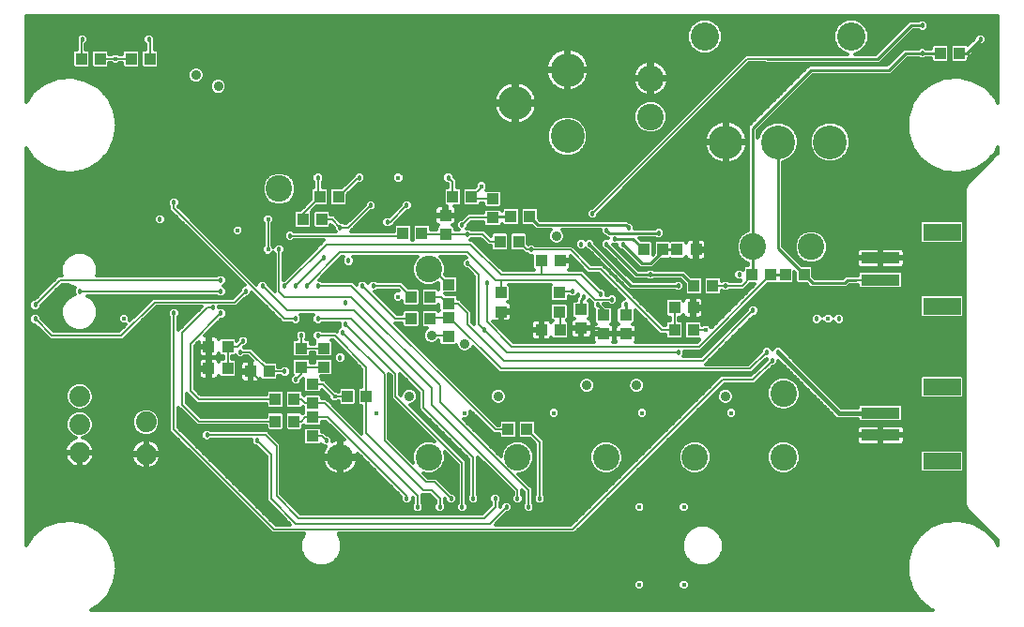
<source format=gbl>
G75*
G70*
%OFA0B0*%
%FSLAX24Y24*%
%IPPOS*%
%LPD*%
%AMOC8*
5,1,8,0,0,1.08239X$1,22.5*
%
%ADD10R,0.0394X0.0433*%
%ADD11C,0.0740*%
%ADD12R,0.0433X0.0394*%
%ADD13C,0.0945*%
%ADD14R,0.1339X0.0591*%
%ADD15R,0.1378X0.0394*%
%ADD16C,0.1200*%
%ADD17C,0.1005*%
%ADD18C,0.0160*%
%ADD19C,0.0172*%
%ADD20C,0.0080*%
%ADD21C,0.0120*%
%ADD22C,0.0354*%
%ADD23C,0.0100*%
%ADD24C,0.0180*%
D10*
X009472Y007346D03*
X010142Y007346D03*
X010142Y008134D03*
X009472Y008134D03*
X009256Y009118D03*
X008586Y009118D03*
X007779Y009216D03*
X007110Y009216D03*
X007110Y010004D03*
X007779Y010004D03*
X012031Y008232D03*
X012701Y008232D03*
X014295Y010988D03*
X014964Y010988D03*
X014964Y011775D03*
X014295Y011775D03*
X017445Y013744D03*
X018114Y013744D03*
X017838Y014630D03*
X018508Y014630D03*
X018921Y013055D03*
X019590Y013055D03*
X022563Y013449D03*
X023232Y013449D03*
X023744Y013449D03*
X024413Y013449D03*
X024334Y012169D03*
X025004Y012169D03*
X024315Y011382D03*
X023646Y011382D03*
X023646Y010594D03*
X024315Y010594D03*
X026401Y012563D03*
X027071Y012563D03*
X027583Y012563D03*
X028252Y012563D03*
X019590Y010594D03*
X018921Y010594D03*
X014669Y014039D03*
X014000Y014039D03*
X015771Y015319D03*
X016441Y015319D03*
X011716Y015319D03*
X011047Y015319D03*
X011126Y014531D03*
X010457Y014531D03*
X005023Y020240D03*
X004354Y020240D03*
X003252Y020240D03*
X002583Y020240D03*
X017740Y007051D03*
X018409Y007051D03*
X033094Y020437D03*
X033764Y020437D03*
D11*
X004886Y007318D03*
X004886Y006178D03*
X002523Y006232D03*
X002523Y007232D03*
X002523Y008232D03*
D12*
X010397Y009275D03*
X010791Y008665D03*
X011185Y009275D03*
X011185Y009945D03*
X010397Y009945D03*
X010791Y007996D03*
X010791Y007484D03*
X010791Y006815D03*
X015614Y010358D03*
X015614Y011027D03*
X015614Y011539D03*
X015614Y012209D03*
X017484Y011913D03*
X017484Y011244D03*
X019551Y011244D03*
X020338Y011323D03*
X019551Y011913D03*
X020338Y010653D03*
X021126Y010457D03*
X021913Y010457D03*
X021913Y011126D03*
X021126Y011126D03*
X017189Y014590D03*
X017189Y015260D03*
X015516Y014669D03*
X015516Y014000D03*
D13*
X014925Y012760D03*
X009610Y015614D03*
X022799Y018173D03*
X022799Y019543D03*
X026441Y013547D03*
X028508Y013547D03*
X027523Y008331D03*
X027523Y006067D03*
X024374Y006067D03*
X021224Y006067D03*
X018075Y006067D03*
X014925Y006067D03*
X011775Y006067D03*
D14*
X033153Y005929D03*
X033153Y008567D03*
X033153Y011441D03*
X033153Y014079D03*
D15*
X030968Y013153D03*
X030968Y012366D03*
X030968Y007642D03*
X030968Y006854D03*
D16*
X029177Y017275D03*
X027327Y017275D03*
X025476Y017275D03*
X019846Y017484D03*
X017996Y018665D03*
X019846Y019846D03*
D17*
X024728Y021027D03*
X029925Y021027D03*
D18*
X029492Y013153D02*
X030968Y013153D01*
X031756Y013153D01*
X032051Y012858D01*
X032051Y007149D01*
X031756Y006854D01*
X030968Y006854D01*
X030870Y006854D02*
X029492Y006854D01*
X029492Y007642D02*
X027327Y009807D01*
X029492Y007642D02*
X030968Y007642D01*
D19*
X029098Y010988D03*
X029492Y013153D03*
X026047Y011874D03*
X025063Y011382D03*
X024768Y010594D03*
X023783Y010201D03*
X022405Y010496D03*
X020732Y012563D03*
X020732Y012957D03*
X020142Y012760D03*
X018173Y013252D03*
X016795Y013646D03*
X016106Y014728D03*
X016795Y015712D03*
X014728Y016008D03*
X013842Y016008D03*
X009216Y014531D03*
X008134Y014138D03*
X009216Y013449D03*
X007248Y010397D03*
X009610Y008626D03*
X011579Y008232D03*
X013055Y007642D03*
X016205Y007642D03*
X019354Y007642D03*
X022504Y007642D03*
X025653Y007642D03*
X023980Y004295D03*
X022405Y004295D03*
X019256Y004295D03*
X016894Y004295D03*
X014925Y004590D03*
X013744Y004295D03*
X013744Y001539D03*
X011775Y001539D03*
X007937Y005968D03*
X004098Y010988D03*
X004098Y011480D03*
X013842Y011775D03*
X018567Y011086D03*
X021618Y015220D03*
X020535Y015516D03*
X023980Y015516D03*
X003803Y020240D03*
X022405Y001539D03*
X023980Y001539D03*
D20*
X020043Y003508D02*
X009413Y003508D01*
X005870Y007051D01*
X005870Y011185D01*
X005181Y011579D02*
X008035Y011579D01*
X008429Y011972D01*
X009020Y012169D02*
X009905Y011283D01*
X012268Y011283D01*
X015023Y008527D01*
X015023Y007937D01*
X018075Y004886D01*
X018075Y004590D01*
X018468Y004295D02*
X018468Y004886D01*
X015319Y008035D01*
X015319Y008626D01*
X012169Y011775D01*
X009807Y011775D01*
X009610Y011972D01*
X009610Y013449D01*
X009216Y013449D02*
X009216Y014531D01*
X010004Y013941D02*
X013901Y013941D01*
X014000Y014039D01*
X013547Y014433D02*
X014138Y015023D01*
X013547Y014433D02*
X013449Y014433D01*
X012858Y015023D02*
X012071Y014236D01*
X011775Y014236D01*
X011480Y014531D01*
X011126Y014531D01*
X010457Y014531D02*
X010457Y014728D01*
X011047Y015319D01*
X010988Y015378D01*
X010988Y016008D01*
X011716Y015319D02*
X012405Y016008D01*
X012464Y016008D01*
X014669Y014039D02*
X014709Y014000D01*
X015516Y014000D01*
X016303Y014000D01*
X016834Y014000D01*
X017090Y013744D01*
X017445Y013744D01*
X018114Y013744D02*
X018409Y013449D01*
X018567Y013449D01*
X019945Y013449D01*
X020634Y012760D01*
X021027Y012760D01*
X023193Y010594D01*
X023646Y010594D01*
X023646Y011382D01*
X024315Y011382D02*
X025063Y011382D01*
X025004Y012169D02*
X025457Y012169D01*
X026047Y012169D01*
X026401Y012523D01*
X026401Y012563D01*
X027071Y012563D02*
X024512Y010004D01*
X017878Y010004D01*
X016992Y010890D01*
X016992Y012268D01*
X017287Y012366D02*
X017484Y012366D01*
X017484Y011913D01*
X017484Y012366D02*
X020142Y012366D01*
X020831Y011677D01*
X021421Y011677D01*
X021027Y011874D02*
X020338Y012563D01*
X018921Y012563D01*
X017484Y012563D01*
X016401Y013646D01*
X011283Y013646D01*
X009807Y012169D01*
X010201Y012169D02*
X011185Y013153D01*
X011775Y013350D02*
X010594Y012169D01*
X010988Y012169D02*
X012169Y012169D01*
X017287Y007051D01*
X017740Y007051D01*
X018409Y007051D02*
X018862Y006598D01*
X018862Y004590D01*
X017681Y004295D02*
X017090Y003705D01*
X010201Y003705D01*
X009315Y004590D01*
X009315Y006165D01*
X008823Y006657D01*
X009118Y006854D02*
X009512Y006460D01*
X009512Y004689D01*
X010299Y003901D01*
X016894Y003901D01*
X017287Y004295D01*
X017287Y004590D01*
X016500Y004590D02*
X016500Y006067D01*
X014728Y007838D01*
X014728Y008429D01*
X012169Y010988D01*
X010988Y010988D01*
X010988Y010397D02*
X011579Y010397D01*
X012701Y009275D01*
X012701Y008232D01*
X012701Y006913D01*
X014728Y004886D01*
X015023Y004886D01*
X015319Y004590D01*
X015319Y004295D01*
X015712Y004590D02*
X015122Y005181D01*
X014827Y005181D01*
X013350Y006657D01*
X013350Y009020D01*
X011874Y010496D01*
X011972Y010791D02*
X013744Y009020D01*
X013744Y008232D01*
X016106Y005870D01*
X016106Y004295D01*
X014531Y004295D02*
X014531Y004689D01*
X011224Y007996D01*
X010791Y007996D01*
X010535Y007996D01*
X010397Y008134D01*
X010142Y008134D01*
X009472Y008134D02*
X006756Y008134D01*
X006460Y008429D01*
X006460Y010102D01*
X007543Y011185D01*
X007248Y011382D02*
X007051Y011382D01*
X006165Y010496D01*
X006165Y007937D01*
X006756Y007346D01*
X009472Y007346D01*
X009118Y006854D02*
X007051Y006854D01*
X009079Y008626D02*
X009610Y008626D01*
X009079Y008626D02*
X008586Y009118D01*
X008547Y009079D01*
X009256Y009118D02*
X008567Y009807D01*
X008232Y009807D01*
X008134Y010004D02*
X008331Y010201D01*
X008134Y010004D02*
X007779Y010004D01*
X007779Y009216D01*
X007110Y009216D02*
X007110Y010004D01*
X007110Y010260D01*
X007248Y010397D01*
X007543Y011972D02*
X002523Y011972D01*
X001834Y012366D02*
X000949Y011480D01*
X000949Y010988D02*
X001539Y010397D01*
X004000Y010397D01*
X005181Y011579D01*
X007543Y012366D02*
X001834Y012366D01*
X005870Y014925D02*
X005870Y015122D01*
X005870Y014925D02*
X009807Y010988D01*
X010201Y010988D01*
X010397Y010397D02*
X010397Y009945D01*
X011185Y009945D01*
X011185Y009275D02*
X010397Y009275D01*
X010397Y009020D01*
X010201Y008823D01*
X009807Y009118D02*
X009256Y009118D01*
X010791Y008665D02*
X011146Y008665D01*
X011579Y008232D01*
X012031Y008232D01*
X012701Y008232D02*
X012760Y008429D01*
X011342Y007484D02*
X010791Y007484D01*
X010535Y007484D01*
X010397Y007346D01*
X010142Y007346D01*
X010791Y006815D02*
X011126Y006815D01*
X011283Y006657D01*
X011342Y007484D02*
X014138Y004689D01*
X014138Y004590D01*
X020043Y003508D02*
X025358Y008823D01*
X026441Y008823D01*
X027130Y009512D01*
X026933Y009807D02*
X026342Y009216D01*
X017484Y009216D01*
X015673Y011027D01*
X015614Y011027D01*
X015004Y011027D01*
X014964Y010988D01*
X015023Y010397D02*
X015575Y010397D01*
X015614Y010358D01*
X016303Y010791D02*
X016303Y011185D01*
X015949Y011539D01*
X015614Y011539D01*
X015378Y011775D01*
X014964Y011775D01*
X015004Y011736D01*
X014295Y011775D02*
X013901Y012169D01*
X012957Y012169D01*
X012563Y012169D02*
X013744Y010988D01*
X014295Y010988D01*
X015614Y012209D02*
X015063Y012760D01*
X014925Y012760D01*
X016303Y012957D02*
X016697Y012563D01*
X016697Y010791D01*
X016894Y010594D01*
X017681Y009807D01*
X023783Y009807D01*
X024669Y009512D02*
X017583Y009512D01*
X016303Y010791D01*
X017484Y010791D02*
X017484Y011244D01*
X018567Y011086D02*
X018764Y011086D01*
X018921Y010929D01*
X018921Y010594D01*
X019590Y010594D02*
X019590Y011205D01*
X019551Y011244D01*
X019551Y011913D02*
X019610Y011972D01*
X020043Y011972D01*
X020142Y012760D02*
X019846Y013055D01*
X019590Y013055D01*
X018921Y013055D02*
X018921Y012563D01*
X017287Y012366D02*
X016303Y013350D01*
X011775Y013350D01*
X015476Y013941D02*
X015516Y014000D01*
X016106Y014334D02*
X016362Y014590D01*
X017189Y014590D01*
X017189Y015260D02*
X016500Y015260D01*
X016441Y015319D01*
X016795Y015673D01*
X016795Y015712D01*
X015771Y015850D02*
X015771Y015319D01*
X015771Y015850D02*
X015614Y016008D01*
X015516Y014669D02*
X016047Y014669D01*
X016106Y014728D01*
X020732Y014728D02*
X026244Y020240D01*
X026933Y020240D01*
X022799Y012563D02*
X022504Y012563D01*
X024315Y010594D02*
X024768Y010594D01*
X024669Y009512D02*
X026441Y011283D01*
X030083Y012366D02*
X030968Y012366D01*
X005023Y020240D02*
X005023Y020890D01*
X004984Y020929D01*
X004354Y020240D02*
X003803Y020240D01*
X003252Y020240D01*
X002583Y020240D02*
X002583Y020890D01*
X002622Y020929D01*
D21*
X003202Y000785D02*
X002918Y000621D01*
X032814Y000621D01*
X032766Y000640D01*
X032766Y000640D01*
X032365Y000960D01*
X032365Y000960D01*
X032076Y001383D01*
X032076Y001383D01*
X031925Y001873D01*
X031925Y002386D01*
X032076Y002876D01*
X032076Y002876D01*
X032365Y003300D01*
X032365Y003300D01*
X032766Y003619D01*
X032766Y003619D01*
X033243Y003807D01*
X033243Y003807D01*
X033754Y003845D01*
X033754Y003845D01*
X034254Y003731D01*
X034254Y003731D01*
X034698Y003474D01*
X034698Y003474D01*
X035047Y003099D01*
X035047Y003099D01*
X035134Y002917D01*
X035134Y003120D01*
X034153Y004102D01*
X034153Y004102D01*
X034023Y004231D01*
X033953Y004400D01*
X033953Y015424D01*
X033953Y015607D01*
X034023Y015776D01*
X035134Y016887D01*
X035134Y017090D01*
X035047Y016909D01*
X035047Y016909D01*
X034698Y016533D01*
X034698Y016533D01*
X034254Y016277D01*
X034254Y016277D01*
X033754Y016163D01*
X033754Y016163D01*
X033243Y016201D01*
X033243Y016201D01*
X032766Y016388D01*
X032766Y016388D01*
X032365Y016708D01*
X032365Y016708D01*
X032076Y017131D01*
X032076Y017132D01*
X031925Y017621D01*
X031925Y017621D01*
X031925Y018134D01*
X031925Y018134D01*
X032076Y018624D01*
X032076Y018624D01*
X032365Y019048D01*
X032365Y019048D01*
X032365Y019048D01*
X032766Y019367D01*
X032766Y019367D01*
X033243Y019555D01*
X033243Y019555D01*
X033754Y019593D01*
X033754Y019593D01*
X034254Y019479D01*
X034254Y019479D01*
X034698Y019223D01*
X034698Y019223D01*
X035047Y018847D01*
X035047Y018847D01*
X035134Y018665D01*
X035134Y021749D01*
X000621Y021749D01*
X000621Y018684D01*
X000869Y019048D01*
X000869Y019048D01*
X000869Y019048D01*
X001270Y019367D01*
X001270Y019367D01*
X001747Y019555D01*
X001747Y019555D01*
X002258Y019593D01*
X002258Y019593D01*
X002758Y019479D01*
X003202Y019223D01*
X003551Y018847D01*
X003551Y018847D01*
X003773Y018385D01*
X003773Y018385D01*
X003850Y017878D01*
X003773Y017371D01*
X003773Y017371D01*
X003551Y016909D01*
X003551Y016909D01*
X003202Y016533D01*
X003202Y016533D01*
X002758Y016277D01*
X002758Y016277D01*
X002258Y016163D01*
X002258Y016163D01*
X001747Y016201D01*
X001747Y016201D01*
X001270Y016388D01*
X001270Y016388D01*
X000869Y016708D01*
X000869Y016708D01*
X000869Y016708D01*
X000621Y017071D01*
X000621Y002936D01*
X000869Y003300D01*
X000869Y003300D01*
X001270Y003619D01*
X001270Y003619D01*
X001747Y003807D01*
X001747Y003807D01*
X002258Y003845D01*
X002258Y003845D01*
X002758Y003731D01*
X002758Y003731D01*
X003202Y003474D01*
X003202Y003474D01*
X003551Y003099D01*
X003551Y003099D01*
X003773Y002637D01*
X003773Y002637D01*
X003850Y002130D01*
X003773Y001623D01*
X003773Y001623D01*
X003551Y001161D01*
X003551Y001161D01*
X003202Y000785D01*
X003202Y000785D01*
X003148Y000754D02*
X032623Y000754D01*
X032474Y000873D02*
X003283Y000873D01*
X003393Y000991D02*
X032344Y000991D01*
X032263Y001110D02*
X003503Y001110D01*
X003583Y001228D02*
X032182Y001228D01*
X032101Y001347D02*
X024079Y001347D01*
X024066Y001333D02*
X024186Y001454D01*
X024186Y001625D01*
X024066Y001745D01*
X023895Y001745D01*
X023774Y001625D01*
X023774Y001454D01*
X023895Y001333D01*
X024066Y001333D01*
X024186Y001465D02*
X032051Y001465D01*
X032014Y001584D02*
X024186Y001584D01*
X024108Y001702D02*
X031978Y001702D01*
X031941Y001821D02*
X003803Y001821D01*
X003821Y001939D02*
X031925Y001939D01*
X031925Y002058D02*
X003839Y002058D01*
X003843Y002176D02*
X031925Y002176D01*
X031925Y002295D02*
X025068Y002295D01*
X025066Y002294D02*
X025273Y002500D01*
X025385Y002771D01*
X025385Y003063D01*
X025273Y003334D01*
X025066Y003541D01*
X024796Y003653D01*
X024503Y003653D01*
X024233Y003541D01*
X024026Y003334D01*
X023914Y003063D01*
X023914Y002771D01*
X024026Y002500D01*
X024233Y002294D01*
X024503Y002182D01*
X024796Y002182D01*
X025066Y002294D01*
X025186Y002414D02*
X031934Y002414D01*
X031970Y002532D02*
X025286Y002532D01*
X025335Y002651D02*
X032007Y002651D01*
X032043Y002769D02*
X025384Y002769D01*
X025385Y002888D02*
X032084Y002888D01*
X032165Y003006D02*
X025385Y003006D01*
X025360Y003125D02*
X032246Y003125D01*
X032327Y003243D02*
X025311Y003243D01*
X025245Y003362D02*
X032443Y003362D01*
X032592Y003480D02*
X025126Y003480D01*
X024925Y003599D02*
X032740Y003599D01*
X033016Y003718D02*
X020479Y003718D01*
X020598Y003836D02*
X033637Y003836D01*
X033793Y003836D02*
X034419Y003836D01*
X034537Y003718D02*
X034277Y003718D01*
X034483Y003599D02*
X034656Y003599D01*
X034688Y003480D02*
X034774Y003480D01*
X034803Y003362D02*
X034893Y003362D01*
X034913Y003243D02*
X035011Y003243D01*
X035023Y003125D02*
X035130Y003125D01*
X035134Y003006D02*
X035091Y003006D01*
X034300Y003955D02*
X020716Y003955D01*
X020835Y004073D02*
X034181Y004073D01*
X034063Y004192D02*
X024168Y004192D01*
X024186Y004210D02*
X024066Y004089D01*
X023895Y004089D01*
X023774Y004210D01*
X023774Y004380D01*
X023895Y004501D01*
X024066Y004501D01*
X024186Y004380D01*
X024186Y004210D01*
X024186Y004310D02*
X033991Y004310D01*
X033953Y004429D02*
X024138Y004429D01*
X023822Y004429D02*
X022563Y004429D01*
X022611Y004380D02*
X022491Y004501D01*
X022320Y004501D01*
X022199Y004380D01*
X022199Y004210D01*
X022320Y004089D01*
X022491Y004089D01*
X022611Y004210D01*
X022611Y004380D01*
X022611Y004310D02*
X023774Y004310D01*
X023792Y004192D02*
X022593Y004192D01*
X022217Y004192D02*
X020953Y004192D01*
X021072Y004310D02*
X022199Y004310D01*
X022248Y004429D02*
X021191Y004429D01*
X021309Y004547D02*
X033953Y004547D01*
X033953Y004666D02*
X021428Y004666D01*
X021546Y004784D02*
X033953Y004784D01*
X033953Y004903D02*
X021665Y004903D01*
X021783Y005022D02*
X033953Y005022D01*
X033953Y005140D02*
X021902Y005140D01*
X022020Y005259D02*
X033953Y005259D01*
X033953Y005377D02*
X022139Y005377D01*
X022257Y005496D02*
X024204Y005496D01*
X024256Y005474D02*
X024492Y005474D01*
X024709Y005564D01*
X024876Y005731D01*
X024966Y005949D01*
X024966Y006185D01*
X024876Y006402D01*
X024709Y006569D01*
X024492Y006659D01*
X024256Y006659D01*
X024038Y006569D01*
X023872Y006402D01*
X023781Y006185D01*
X023781Y005949D01*
X023872Y005731D01*
X024038Y005564D01*
X024256Y005474D01*
X024543Y005496D02*
X027354Y005496D01*
X027406Y005474D02*
X027641Y005474D01*
X027859Y005564D01*
X028026Y005731D01*
X028116Y005949D01*
X028116Y006185D01*
X028026Y006402D01*
X027859Y006569D01*
X027641Y006659D01*
X027406Y006659D01*
X027188Y006569D01*
X027021Y006402D01*
X026931Y006185D01*
X026931Y005949D01*
X027021Y005731D01*
X027188Y005564D01*
X027406Y005474D01*
X027693Y005496D02*
X033953Y005496D01*
X033872Y005514D02*
X033943Y005584D01*
X033943Y006274D01*
X033872Y006344D01*
X032434Y006344D01*
X032364Y006274D01*
X032364Y005584D01*
X032434Y005514D01*
X033872Y005514D01*
X033943Y005614D02*
X033953Y005614D01*
X033943Y005733D02*
X033953Y005733D01*
X033943Y005851D02*
X033953Y005851D01*
X033943Y005970D02*
X033953Y005970D01*
X033943Y006088D02*
X033953Y006088D01*
X033943Y006207D02*
X033953Y006207D01*
X033953Y006326D02*
X033891Y006326D01*
X033953Y006444D02*
X027984Y006444D01*
X028058Y006326D02*
X032416Y006326D01*
X032364Y006207D02*
X028107Y006207D01*
X028116Y006088D02*
X032364Y006088D01*
X032364Y005970D02*
X028116Y005970D01*
X028076Y005851D02*
X032364Y005851D01*
X032364Y005733D02*
X028026Y005733D01*
X027909Y005614D02*
X032364Y005614D01*
X031756Y006529D02*
X031785Y006559D01*
X031806Y006596D01*
X031817Y006636D01*
X031817Y006816D01*
X031007Y006816D01*
X031007Y006893D01*
X030930Y006893D01*
X030930Y007211D01*
X030258Y007211D01*
X030218Y007200D01*
X030181Y007179D01*
X030151Y007149D01*
X030130Y007113D01*
X030119Y007072D01*
X030119Y006893D01*
X030930Y006893D01*
X030930Y006816D01*
X030119Y006816D01*
X030119Y006636D01*
X030130Y006596D01*
X030151Y006559D01*
X030181Y006529D01*
X030218Y006508D01*
X030258Y006497D01*
X030930Y006497D01*
X030930Y006815D01*
X031007Y006815D01*
X031007Y006497D01*
X031678Y006497D01*
X031719Y006508D01*
X031756Y006529D01*
X031787Y006563D02*
X033953Y006563D01*
X033953Y006681D02*
X031817Y006681D01*
X031817Y006800D02*
X033953Y006800D01*
X033953Y006918D02*
X031817Y006918D01*
X031817Y006893D02*
X031817Y007072D01*
X031806Y007113D01*
X031785Y007149D01*
X031756Y007179D01*
X031719Y007200D01*
X031678Y007211D01*
X031007Y007211D01*
X031007Y006893D01*
X031817Y006893D01*
X031817Y007037D02*
X033953Y007037D01*
X033953Y007155D02*
X031779Y007155D01*
X031707Y007325D02*
X031777Y007395D01*
X031777Y007888D01*
X031707Y007958D01*
X030230Y007958D01*
X030159Y007888D01*
X030159Y007842D01*
X029575Y007842D01*
X027537Y009880D01*
X027537Y009894D01*
X027414Y010017D01*
X027240Y010017D01*
X027130Y009907D01*
X027020Y010017D01*
X026846Y010017D01*
X026723Y009894D01*
X026723Y009823D01*
X026276Y009376D01*
X024760Y009376D01*
X024829Y009445D01*
X026457Y011073D01*
X026528Y011073D01*
X026651Y011196D01*
X026651Y011370D01*
X026528Y011493D01*
X026354Y011493D01*
X026231Y011370D01*
X026231Y011300D01*
X024603Y009672D01*
X023945Y009672D01*
X023993Y009720D01*
X023993Y009844D01*
X024445Y009844D01*
X024578Y009844D01*
X026960Y012226D01*
X027317Y012226D01*
X027327Y012236D01*
X027336Y012226D01*
X027829Y012226D01*
X027899Y012297D01*
X027899Y012675D01*
X027935Y012639D01*
X027935Y012297D01*
X028005Y012226D01*
X028348Y012226D01*
X028377Y012197D01*
X028477Y012098D01*
X029618Y012098D01*
X029759Y012098D01*
X029858Y012196D01*
X030153Y012196D01*
X030159Y012202D01*
X030159Y012119D01*
X030230Y012049D01*
X031707Y012049D01*
X031777Y012119D01*
X031777Y012613D01*
X031707Y012683D01*
X030230Y012683D01*
X030159Y012613D01*
X030159Y012529D01*
X030153Y012536D01*
X029717Y012536D01*
X029618Y012438D01*
X028617Y012438D01*
X028569Y012486D01*
X028569Y012829D01*
X028498Y012899D01*
X028156Y012899D01*
X027497Y013558D01*
X027497Y016567D01*
X027734Y016665D01*
X027937Y016868D01*
X028047Y017132D01*
X028047Y017419D01*
X027937Y017683D01*
X027734Y017886D01*
X027470Y017995D01*
X027183Y017995D01*
X026919Y017886D01*
X026716Y017683D01*
X026611Y017429D01*
X026611Y017709D01*
X028578Y019676D01*
X031193Y019676D01*
X031334Y019676D01*
X031925Y020267D01*
X032318Y020267D01*
X032358Y020227D01*
X032532Y020227D01*
X032572Y020267D01*
X032777Y020267D01*
X032777Y020171D01*
X032848Y020100D01*
X033341Y020100D01*
X033411Y020171D01*
X033411Y020703D01*
X033341Y020773D01*
X032848Y020773D01*
X032777Y020703D01*
X032777Y020607D01*
X032572Y020607D01*
X032532Y020647D01*
X032358Y020647D01*
X032318Y020607D01*
X031784Y020607D01*
X031684Y020507D01*
X031193Y020016D01*
X028578Y020016D01*
X028437Y020016D01*
X026370Y017949D01*
X026271Y017850D01*
X026271Y014118D01*
X026105Y014049D01*
X025939Y013883D01*
X025848Y013665D01*
X025848Y013429D01*
X025939Y013211D01*
X026105Y013045D01*
X026271Y012976D01*
X026271Y012899D01*
X026155Y012899D01*
X026085Y012829D01*
X026085Y012720D01*
X026032Y012773D01*
X025858Y012773D01*
X025735Y012650D01*
X025735Y012476D01*
X025858Y012353D01*
X026005Y012353D01*
X025981Y012329D01*
X025594Y012329D01*
X025544Y012379D01*
X025370Y012379D01*
X025321Y012330D01*
X025321Y012435D01*
X025250Y012506D01*
X024757Y012506D01*
X024687Y012435D01*
X024687Y011903D01*
X024757Y011833D01*
X025250Y011833D01*
X025321Y011903D01*
X025321Y012008D01*
X025370Y011959D01*
X025544Y011959D01*
X025594Y012009D01*
X026113Y012009D01*
X026207Y012103D01*
X026330Y012226D01*
X026508Y012226D01*
X024967Y010686D01*
X024853Y010800D01*
X024682Y010800D01*
X024636Y010754D01*
X024632Y010754D01*
X024632Y010861D01*
X024561Y010931D01*
X024068Y010931D01*
X023998Y010861D01*
X023998Y010328D01*
X024068Y010258D01*
X024539Y010258D01*
X024445Y010164D01*
X022259Y010164D01*
X022279Y010198D01*
X022290Y010239D01*
X022290Y010418D01*
X021952Y010418D01*
X021952Y010495D01*
X022290Y010495D01*
X022290Y010674D01*
X022279Y010715D01*
X022258Y010752D01*
X022228Y010781D01*
X022191Y010802D01*
X022167Y010809D01*
X022179Y010809D01*
X022250Y010879D01*
X022250Y011311D01*
X023126Y010434D01*
X023259Y010434D01*
X023329Y010434D01*
X023329Y010328D01*
X023399Y010258D01*
X023892Y010258D01*
X023962Y010328D01*
X023962Y010861D01*
X023892Y010931D01*
X023805Y010931D01*
X023805Y011045D01*
X023892Y011045D01*
X023962Y011115D01*
X023962Y011128D01*
X023969Y011103D01*
X023990Y011067D01*
X024020Y011037D01*
X024056Y011016D01*
X024097Y011005D01*
X024276Y011005D01*
X024276Y011343D01*
X024353Y011343D01*
X024353Y011005D01*
X024533Y011005D01*
X024573Y011016D01*
X024610Y011037D01*
X024640Y011067D01*
X025349Y011067D01*
X025230Y010949D02*
X023805Y010949D01*
X023914Y011067D02*
X023990Y011067D01*
X023998Y010830D02*
X023962Y010830D01*
X023962Y010712D02*
X023998Y010712D01*
X023998Y010593D02*
X023962Y010593D01*
X023962Y010475D02*
X023998Y010475D01*
X023998Y010356D02*
X023962Y010356D01*
X024519Y010237D02*
X022289Y010237D01*
X022290Y010356D02*
X023329Y010356D01*
X023086Y010475D02*
X021952Y010475D01*
X021875Y010475D02*
X021164Y010475D01*
X021164Y010495D02*
X021502Y010495D01*
X021502Y010674D01*
X021491Y010715D01*
X021470Y010752D01*
X021441Y010781D01*
X021404Y010802D01*
X021380Y010809D01*
X021392Y010809D01*
X021462Y010879D01*
X021462Y011372D01*
X021392Y011443D01*
X021207Y011443D01*
X021196Y011453D01*
X021139Y011511D01*
X021139Y011517D01*
X021284Y011517D01*
X021334Y011467D01*
X021508Y011467D01*
X021631Y011590D01*
X021631Y011764D01*
X021508Y011887D01*
X021334Y011887D01*
X021284Y011837D01*
X021237Y011837D01*
X021237Y011961D01*
X021114Y012084D01*
X021044Y012084D01*
X020498Y012629D01*
X020405Y012723D01*
X019898Y012723D01*
X019915Y012740D01*
X019936Y012777D01*
X019947Y012817D01*
X019947Y013016D01*
X019629Y013016D01*
X019629Y013093D01*
X019947Y013093D01*
X019947Y013220D01*
X020474Y012693D01*
X020567Y012600D01*
X020961Y012600D01*
X021871Y011690D01*
X021826Y011690D01*
X021703Y011567D01*
X021703Y011443D01*
X021647Y011443D01*
X021577Y011372D01*
X021577Y010879D01*
X021647Y010809D01*
X021659Y010809D01*
X021635Y010802D01*
X021598Y010781D01*
X021569Y010752D01*
X021548Y010715D01*
X021537Y010674D01*
X021537Y010495D01*
X021875Y010495D01*
X021875Y010418D01*
X021537Y010418D01*
X021537Y010239D01*
X021548Y010198D01*
X021567Y010164D01*
X021472Y010164D01*
X021491Y010198D01*
X021502Y010239D01*
X021502Y010418D01*
X021164Y010418D01*
X021164Y010495D01*
X021087Y010495D02*
X021087Y010418D01*
X020749Y010418D01*
X020749Y010239D01*
X020760Y010198D01*
X020780Y010164D01*
X017944Y010164D01*
X017211Y010897D01*
X017246Y010887D01*
X017446Y010887D01*
X017446Y011205D01*
X017523Y011205D01*
X017523Y011282D01*
X017861Y011282D01*
X017861Y011462D01*
X017850Y011503D01*
X017829Y011539D01*
X017799Y011569D01*
X017762Y011590D01*
X017738Y011596D01*
X017750Y011596D01*
X017821Y011667D01*
X017821Y012160D01*
X017774Y012206D01*
X019261Y012206D01*
X019214Y012160D01*
X019214Y011667D01*
X019285Y011596D01*
X019817Y011596D01*
X019888Y011667D01*
X019888Y011812D01*
X019906Y011812D01*
X019956Y011762D01*
X020130Y011762D01*
X020227Y011859D01*
X020227Y011806D01*
X020168Y011747D01*
X020168Y011639D01*
X020072Y011639D01*
X020002Y011569D01*
X020002Y011076D01*
X020072Y011006D01*
X020085Y011006D01*
X020060Y010999D01*
X020024Y010978D01*
X019994Y010948D01*
X019973Y010912D01*
X019962Y010871D01*
X019962Y010692D01*
X020300Y010692D01*
X020300Y010615D01*
X019962Y010615D01*
X019962Y010435D01*
X019973Y010395D01*
X019994Y010358D01*
X020024Y010329D01*
X020060Y010307D01*
X020101Y010297D01*
X020300Y010297D01*
X020300Y010615D01*
X020377Y010615D01*
X020377Y010692D01*
X020715Y010692D01*
X020715Y010871D01*
X020704Y010912D01*
X020683Y010948D01*
X020653Y010978D01*
X020617Y010999D01*
X020592Y011006D01*
X020605Y011006D01*
X020675Y011076D01*
X020675Y011569D01*
X020605Y011639D01*
X020598Y011639D01*
X020620Y011661D01*
X020719Y011562D01*
X020719Y011393D01*
X020789Y011323D01*
X020789Y010879D01*
X020860Y010809D01*
X020872Y010809D01*
X020848Y010802D01*
X020811Y010781D01*
X020781Y010752D01*
X020760Y010715D01*
X020749Y010674D01*
X020749Y010495D01*
X021087Y010495D01*
X021087Y010475D02*
X020715Y010475D01*
X020715Y010435D02*
X020715Y010615D01*
X020377Y010615D01*
X020377Y010297D01*
X020576Y010297D01*
X020617Y010307D01*
X020653Y010329D01*
X020683Y010358D01*
X020704Y010395D01*
X020715Y010435D01*
X020681Y010356D02*
X020749Y010356D01*
X020750Y010237D02*
X019195Y010237D01*
X019180Y010229D02*
X019216Y010250D01*
X019246Y010280D01*
X019267Y010316D01*
X019274Y010341D01*
X019274Y010328D01*
X019344Y010258D01*
X019837Y010258D01*
X019907Y010328D01*
X019907Y010861D01*
X019837Y010931D01*
X019821Y010931D01*
X019888Y010997D01*
X019888Y011490D01*
X019817Y011561D01*
X019285Y011561D01*
X019214Y011490D01*
X019214Y010997D01*
X019285Y010927D01*
X019340Y010927D01*
X019274Y010861D01*
X019274Y010848D01*
X019267Y010873D01*
X019246Y010909D01*
X019216Y010939D01*
X019180Y010960D01*
X019139Y010971D01*
X018960Y010971D01*
X018960Y010633D01*
X018883Y010633D01*
X018883Y010971D01*
X018703Y010971D01*
X018662Y010960D01*
X018626Y010939D01*
X018596Y010909D01*
X018575Y010873D01*
X018564Y010832D01*
X018564Y010633D01*
X018882Y010633D01*
X018882Y010556D01*
X018564Y010556D01*
X018564Y010357D01*
X018575Y010316D01*
X018596Y010280D01*
X018626Y010250D01*
X018662Y010229D01*
X018703Y010218D01*
X018883Y010218D01*
X018883Y010556D01*
X018960Y010556D01*
X018960Y010218D01*
X019139Y010218D01*
X019180Y010229D01*
X018960Y010237D02*
X018883Y010237D01*
X018883Y010356D02*
X018960Y010356D01*
X018960Y010475D02*
X018883Y010475D01*
X018882Y010593D02*
X017515Y010593D01*
X017633Y010475D02*
X018564Y010475D01*
X018564Y010356D02*
X017752Y010356D01*
X017870Y010237D02*
X018647Y010237D01*
X018564Y010712D02*
X017396Y010712D01*
X017278Y010830D02*
X018564Y010830D01*
X018643Y010949D02*
X017829Y010949D01*
X017850Y010985D01*
X017861Y011026D01*
X017861Y011205D01*
X017523Y011205D01*
X017523Y010887D01*
X017722Y010887D01*
X017762Y010898D01*
X017799Y010919D01*
X017829Y010949D01*
X017861Y011067D02*
X019214Y011067D01*
X019214Y011186D02*
X017861Y011186D01*
X017861Y011304D02*
X019214Y011304D01*
X019214Y011423D02*
X017861Y011423D01*
X017826Y011541D02*
X019265Y011541D01*
X019221Y011660D02*
X017814Y011660D01*
X017821Y011779D02*
X019214Y011779D01*
X019214Y011897D02*
X017821Y011897D01*
X017821Y012016D02*
X019214Y012016D01*
X019214Y012134D02*
X017821Y012134D01*
X017550Y012723D02*
X016561Y013712D01*
X016468Y013805D01*
X016406Y013805D01*
X016440Y013840D01*
X016768Y013840D01*
X017024Y013584D01*
X017128Y013584D01*
X017128Y013478D01*
X017198Y013407D01*
X017691Y013407D01*
X017762Y013478D01*
X017762Y014010D01*
X017691Y014080D01*
X017198Y014080D01*
X017128Y014010D01*
X017128Y013933D01*
X016994Y014066D01*
X016901Y014160D01*
X016440Y014160D01*
X016390Y014210D01*
X016278Y014210D01*
X016316Y014247D01*
X016316Y014318D01*
X016428Y014430D01*
X016852Y014430D01*
X016852Y014344D01*
X016923Y014274D01*
X017455Y014274D01*
X017525Y014344D01*
X017525Y014360D01*
X017592Y014293D01*
X018085Y014293D01*
X018155Y014364D01*
X018155Y014896D01*
X018085Y014966D01*
X017592Y014966D01*
X017522Y014896D01*
X017522Y014841D01*
X017455Y014907D01*
X016923Y014907D01*
X016852Y014837D01*
X016852Y014750D01*
X016428Y014750D01*
X016296Y014750D01*
X016090Y014544D01*
X016019Y014544D01*
X015896Y014421D01*
X015896Y014247D01*
X015984Y014160D01*
X015852Y014160D01*
X015852Y014246D01*
X015782Y014317D01*
X015769Y014317D01*
X015794Y014323D01*
X015830Y014344D01*
X015860Y014374D01*
X015881Y014411D01*
X015892Y014451D01*
X015892Y014631D01*
X015554Y014631D01*
X015554Y014708D01*
X015477Y014708D01*
X015477Y015026D01*
X015278Y015026D01*
X015237Y015015D01*
X015201Y014994D01*
X015171Y014964D01*
X015150Y014928D01*
X015139Y014887D01*
X015139Y014708D01*
X015477Y014708D01*
X015477Y014631D01*
X015139Y014631D01*
X015139Y014451D01*
X015150Y014411D01*
X015171Y014374D01*
X015201Y014344D01*
X015237Y014323D01*
X015262Y014317D01*
X015249Y014317D01*
X015179Y014246D01*
X015179Y014160D01*
X014986Y014160D01*
X014986Y014305D01*
X014916Y014376D01*
X014423Y014376D01*
X014352Y014305D01*
X014352Y013805D01*
X014317Y013805D01*
X014317Y014305D01*
X014246Y014376D01*
X013753Y014376D01*
X013683Y014305D01*
X013683Y014101D01*
X012162Y014101D01*
X012874Y014813D01*
X012945Y014813D01*
X013068Y014936D01*
X013068Y015110D01*
X012945Y015233D01*
X012771Y015233D01*
X012648Y015110D01*
X012648Y015040D01*
X012004Y014396D01*
X011912Y014396D01*
X011862Y014446D01*
X011792Y014446D01*
X011546Y014691D01*
X011443Y014691D01*
X011443Y014798D01*
X011372Y014868D01*
X010879Y014868D01*
X010809Y014798D01*
X010809Y014265D01*
X010879Y014195D01*
X011372Y014195D01*
X011443Y014265D01*
X011443Y014343D01*
X011565Y014220D01*
X011565Y014149D01*
X011614Y014101D01*
X010141Y014101D01*
X010091Y014151D01*
X009917Y014151D01*
X009794Y014028D01*
X009794Y013854D01*
X009917Y013731D01*
X010091Y013731D01*
X010141Y013781D01*
X011192Y013781D01*
X009791Y012379D01*
X009770Y012379D01*
X009770Y013312D01*
X009820Y013362D01*
X009820Y013536D01*
X009697Y013659D01*
X009523Y013659D01*
X009410Y013546D01*
X009376Y013580D01*
X009376Y014400D01*
X009422Y014446D01*
X009422Y014617D01*
X009302Y014737D01*
X009131Y014737D01*
X009010Y014617D01*
X009010Y014446D01*
X009056Y014400D01*
X009056Y013580D01*
X009010Y013534D01*
X009010Y013363D01*
X009131Y013243D01*
X009302Y013243D01*
X009410Y013351D01*
X009450Y013312D01*
X009450Y011965D01*
X009229Y012185D01*
X009229Y012256D01*
X009106Y012379D01*
X008933Y012379D01*
X008810Y012256D01*
X008810Y012212D01*
X006033Y014988D01*
X006080Y015035D01*
X006080Y015209D01*
X005957Y015332D01*
X005783Y015332D01*
X005660Y015209D01*
X005660Y015035D01*
X005710Y014985D01*
X005710Y014859D01*
X005804Y014765D01*
X008386Y012182D01*
X008342Y012182D01*
X008219Y012059D01*
X008219Y011989D01*
X007969Y011739D01*
X005115Y011739D01*
X005021Y011645D01*
X004304Y010928D01*
X004304Y011073D01*
X004184Y011194D01*
X004013Y011194D01*
X003892Y011073D01*
X003892Y010903D01*
X004013Y010782D01*
X004158Y010782D01*
X003934Y010557D01*
X001605Y010557D01*
X001159Y011004D01*
X001159Y011075D01*
X001036Y011198D01*
X000862Y011198D01*
X000739Y011075D01*
X000739Y010901D01*
X000862Y010778D01*
X000932Y010778D01*
X001379Y010331D01*
X001473Y010237D01*
X004066Y010237D01*
X004160Y010331D01*
X005247Y011419D01*
X006862Y011419D01*
X006099Y010656D01*
X006030Y010587D01*
X006030Y011048D01*
X006080Y011098D01*
X006080Y011272D01*
X005957Y011395D01*
X005783Y011395D01*
X005660Y011272D01*
X005660Y011098D01*
X005710Y011048D01*
X005710Y007117D01*
X005710Y006985D01*
X009347Y003348D01*
X009479Y003348D01*
X010496Y003348D01*
X010483Y003334D01*
X010371Y003063D01*
X010371Y002771D01*
X010483Y002500D01*
X010689Y002294D01*
X010960Y002182D01*
X011252Y002182D01*
X011523Y002294D01*
X011730Y002500D01*
X011842Y002771D01*
X011842Y003063D01*
X011730Y003334D01*
X011716Y003348D01*
X020109Y003348D01*
X020203Y003441D01*
X025424Y008663D01*
X026374Y008663D01*
X026507Y008663D01*
X027146Y009302D01*
X027217Y009302D01*
X027340Y009425D01*
X027340Y009511D01*
X029409Y007442D01*
X029575Y007442D01*
X030159Y007442D01*
X030159Y007395D01*
X030230Y007325D01*
X031707Y007325D01*
X031775Y007392D02*
X033953Y007392D01*
X033953Y007274D02*
X024036Y007274D01*
X024154Y007392D02*
X030162Y007392D01*
X030157Y007155D02*
X023917Y007155D01*
X023798Y007037D02*
X030119Y007037D01*
X030119Y006918D02*
X023680Y006918D01*
X023561Y006800D02*
X030119Y006800D01*
X030119Y006681D02*
X023443Y006681D01*
X023324Y006563D02*
X024032Y006563D01*
X023913Y006444D02*
X023206Y006444D01*
X023087Y006326D02*
X023840Y006326D01*
X023791Y006207D02*
X022969Y006207D01*
X022850Y006088D02*
X023781Y006088D01*
X023781Y005970D02*
X022732Y005970D01*
X022613Y005851D02*
X023822Y005851D01*
X023871Y005733D02*
X022494Y005733D01*
X022376Y005614D02*
X023988Y005614D01*
X024759Y005614D02*
X027138Y005614D01*
X027020Y005733D02*
X024877Y005733D01*
X024926Y005851D02*
X026971Y005851D01*
X026931Y005970D02*
X024966Y005970D01*
X024966Y006088D02*
X026931Y006088D01*
X026940Y006207D02*
X024957Y006207D01*
X024908Y006326D02*
X026989Y006326D01*
X027063Y006444D02*
X024834Y006444D01*
X024716Y006563D02*
X027181Y006563D01*
X027866Y006563D02*
X030149Y006563D01*
X030930Y006563D02*
X031007Y006563D01*
X031007Y006681D02*
X030930Y006681D01*
X030930Y006800D02*
X031007Y006800D01*
X031007Y006918D02*
X030930Y006918D01*
X030930Y007037D02*
X031007Y007037D01*
X031007Y007155D02*
X030930Y007155D01*
X031777Y007511D02*
X033953Y007511D01*
X033953Y007629D02*
X031777Y007629D01*
X031777Y007748D02*
X033953Y007748D01*
X033953Y007867D02*
X031777Y007867D01*
X032364Y008222D02*
X032434Y008151D01*
X033872Y008151D01*
X033943Y008222D01*
X033953Y008222D01*
X033943Y008222D02*
X033943Y008912D01*
X033872Y008982D01*
X032434Y008982D01*
X032364Y008912D01*
X032364Y008222D01*
X029194Y008222D01*
X029313Y008104D02*
X033953Y008104D01*
X033953Y007985D02*
X029431Y007985D01*
X029550Y007867D02*
X030159Y007867D01*
X029340Y007511D02*
X025814Y007511D01*
X025859Y007556D02*
X025739Y007436D01*
X025568Y007436D01*
X025447Y007556D01*
X025447Y007727D01*
X025568Y007848D01*
X025739Y007848D01*
X025859Y007727D01*
X025859Y007556D01*
X025859Y007629D02*
X029221Y007629D01*
X029103Y007748D02*
X027665Y007748D01*
X027641Y007738D02*
X027859Y007828D01*
X028026Y007995D01*
X028116Y008213D01*
X028116Y008448D01*
X028026Y008666D01*
X027859Y008833D01*
X027641Y008923D01*
X027406Y008923D01*
X027188Y008833D01*
X027021Y008666D01*
X026931Y008448D01*
X026931Y008213D01*
X027021Y007995D01*
X027188Y007828D01*
X027406Y007738D01*
X027641Y007738D01*
X027381Y007748D02*
X025838Y007748D01*
X025625Y007980D02*
X025708Y008064D01*
X025754Y008173D01*
X025754Y008291D01*
X025708Y008400D01*
X025625Y008484D01*
X025516Y008529D01*
X025397Y008529D01*
X025288Y008484D01*
X025205Y008400D01*
X025159Y008291D01*
X025159Y008173D01*
X025205Y008064D01*
X025288Y007980D01*
X025397Y007935D01*
X025516Y007935D01*
X025625Y007980D01*
X025630Y007985D02*
X027031Y007985D01*
X026976Y008104D02*
X025725Y008104D01*
X025754Y008222D02*
X026931Y008222D01*
X026931Y008341D02*
X025733Y008341D01*
X025650Y008459D02*
X026935Y008459D01*
X026985Y008578D02*
X025340Y008578D01*
X025263Y008459D02*
X025221Y008459D01*
X025180Y008341D02*
X025102Y008341D01*
X025159Y008222D02*
X024984Y008222D01*
X024865Y008104D02*
X025188Y008104D01*
X025283Y007985D02*
X024747Y007985D01*
X024628Y007867D02*
X027149Y007867D01*
X027897Y007867D02*
X028984Y007867D01*
X028866Y007985D02*
X028016Y007985D01*
X028071Y008104D02*
X028747Y008104D01*
X028628Y008222D02*
X028116Y008222D01*
X028116Y008341D02*
X028510Y008341D01*
X028391Y008459D02*
X028111Y008459D01*
X028062Y008578D02*
X028273Y008578D01*
X028154Y008696D02*
X027996Y008696D01*
X028036Y008815D02*
X027877Y008815D01*
X027917Y008933D02*
X026778Y008933D01*
X026659Y008815D02*
X027170Y008815D01*
X027051Y008696D02*
X026541Y008696D01*
X026374Y008983D02*
X025424Y008983D01*
X025292Y008983D01*
X019977Y003668D01*
X017280Y003668D01*
X017697Y004085D01*
X017768Y004085D01*
X017891Y004208D01*
X017891Y004382D01*
X017768Y004505D01*
X017594Y004505D01*
X017471Y004382D01*
X017471Y004311D01*
X017447Y004288D01*
X017447Y004453D01*
X017497Y004503D01*
X017497Y004677D01*
X017374Y004800D01*
X017200Y004800D01*
X017077Y004677D01*
X017077Y004503D01*
X017127Y004453D01*
X017127Y004361D01*
X016827Y004061D01*
X010365Y004061D01*
X009672Y004755D01*
X009672Y006527D01*
X009578Y006620D01*
X009184Y007014D01*
X009052Y007014D01*
X007188Y007014D01*
X007138Y007064D01*
X006964Y007064D01*
X006841Y006941D01*
X006841Y006767D01*
X006964Y006644D01*
X007138Y006644D01*
X007188Y006694D01*
X008613Y006694D01*
X008613Y006570D01*
X008736Y006447D01*
X008806Y006447D01*
X009155Y006099D01*
X009155Y004657D01*
X009155Y004524D01*
X010011Y003668D01*
X009479Y003668D01*
X006030Y007117D01*
X006030Y007846D01*
X006596Y007280D01*
X006689Y007186D01*
X009155Y007186D01*
X009155Y007080D01*
X009226Y007010D01*
X009719Y007010D01*
X009789Y007080D01*
X009789Y007613D01*
X009719Y007683D01*
X009226Y007683D01*
X009155Y007613D01*
X009155Y007506D01*
X006822Y007506D01*
X006325Y008003D01*
X006325Y008338D01*
X006394Y008269D01*
X006689Y007974D01*
X006822Y007974D01*
X009155Y007974D01*
X009155Y007867D01*
X009226Y007797D01*
X009719Y007797D01*
X009789Y007867D01*
X009789Y008400D01*
X009719Y008470D01*
X009226Y008470D01*
X009155Y008400D01*
X009155Y008294D01*
X006822Y008294D01*
X006620Y008495D01*
X006620Y010036D01*
X006753Y010169D01*
X006753Y010042D01*
X007071Y010042D01*
X007071Y009965D01*
X006753Y009965D01*
X006753Y009766D01*
X006764Y009725D01*
X006785Y009689D01*
X006815Y009659D01*
X006851Y009638D01*
X006892Y009627D01*
X007072Y009627D01*
X007072Y009965D01*
X007149Y009965D01*
X007149Y009627D01*
X007328Y009627D01*
X007369Y009638D01*
X007405Y009659D01*
X007435Y009689D01*
X007456Y009725D01*
X007463Y009750D01*
X007463Y009738D01*
X007533Y009667D01*
X007619Y009667D01*
X007619Y009553D01*
X007533Y009553D01*
X007463Y009483D01*
X007463Y009470D01*
X007456Y009495D01*
X007435Y009531D01*
X007405Y009561D01*
X007369Y009582D01*
X007328Y009593D01*
X007149Y009593D01*
X007149Y009255D01*
X007072Y009255D01*
X007072Y009593D01*
X006892Y009593D01*
X006851Y009582D01*
X006815Y009561D01*
X006785Y009531D01*
X006764Y009495D01*
X006753Y009454D01*
X006753Y009255D01*
X007071Y009255D01*
X007071Y009178D01*
X006753Y009178D01*
X006753Y008979D01*
X006764Y008938D01*
X006785Y008902D01*
X006815Y008872D01*
X006851Y008851D01*
X006892Y008840D01*
X007072Y008840D01*
X007072Y009178D01*
X007149Y009178D01*
X007149Y008840D01*
X007328Y008840D01*
X007369Y008851D01*
X007405Y008872D01*
X007435Y008902D01*
X007456Y008938D01*
X007463Y008963D01*
X007463Y008950D01*
X007533Y008880D01*
X008026Y008880D01*
X008096Y008950D01*
X008096Y009483D01*
X008026Y009553D01*
X007939Y009553D01*
X007939Y009667D01*
X008026Y009667D01*
X008050Y009692D01*
X008145Y009597D01*
X008319Y009597D01*
X008369Y009647D01*
X008500Y009647D01*
X008653Y009494D01*
X008625Y009494D01*
X008625Y009157D01*
X008548Y009157D01*
X008548Y009494D01*
X008369Y009494D01*
X008328Y009484D01*
X008291Y009462D01*
X008262Y009433D01*
X008241Y009396D01*
X008230Y009356D01*
X008230Y009156D01*
X008548Y009156D01*
X008548Y009079D01*
X008625Y009079D01*
X008625Y008741D01*
X008804Y008741D01*
X008845Y008752D01*
X008882Y008773D01*
X008911Y008803D01*
X008932Y008840D01*
X008939Y008864D01*
X008939Y008852D01*
X009009Y008781D01*
X009502Y008781D01*
X009573Y008852D01*
X009573Y008958D01*
X009670Y008958D01*
X009720Y008908D01*
X009894Y008908D01*
X010017Y009031D01*
X010017Y009205D01*
X009894Y009328D01*
X009720Y009328D01*
X009670Y009278D01*
X009573Y009278D01*
X009573Y009384D01*
X009502Y009454D01*
X009145Y009454D01*
X008633Y009967D01*
X008500Y009967D01*
X008369Y009967D01*
X008346Y009990D01*
X008347Y009991D01*
X008418Y009991D01*
X008541Y010114D01*
X008541Y010288D01*
X008418Y010411D01*
X008244Y010411D01*
X008121Y010288D01*
X008121Y010217D01*
X008096Y010192D01*
X008096Y010270D01*
X008026Y010340D01*
X007533Y010340D01*
X007463Y010270D01*
X007463Y010258D01*
X007456Y010282D01*
X007435Y010319D01*
X007405Y010348D01*
X007369Y010369D01*
X007328Y010380D01*
X007149Y010380D01*
X007149Y010042D01*
X007072Y010042D01*
X007072Y010380D01*
X006965Y010380D01*
X007559Y010975D01*
X007630Y010975D01*
X007753Y011098D01*
X007753Y011272D01*
X007630Y011395D01*
X007458Y011395D01*
X007458Y011419D01*
X007969Y011419D01*
X008102Y011419D01*
X008445Y011762D01*
X008516Y011762D01*
X008639Y011885D01*
X008639Y011930D01*
X009741Y010828D01*
X009873Y010828D01*
X010064Y010828D01*
X010114Y010778D01*
X010288Y010778D01*
X010411Y010901D01*
X010411Y011075D01*
X010362Y011123D01*
X010826Y011123D01*
X010778Y011075D01*
X010778Y010901D01*
X010901Y010778D01*
X011075Y010778D01*
X011125Y010828D01*
X011762Y010828D01*
X011762Y010704D01*
X011774Y010693D01*
X011664Y010583D01*
X011664Y010538D01*
X011645Y010557D01*
X011125Y010557D01*
X011075Y010607D01*
X010901Y010607D01*
X010778Y010484D01*
X010778Y010310D01*
X010873Y010216D01*
X010848Y010191D01*
X010848Y010105D01*
X010734Y010105D01*
X010734Y010191D01*
X010664Y010262D01*
X010558Y010262D01*
X010607Y010310D01*
X010607Y010484D01*
X010484Y010607D01*
X010310Y010607D01*
X010187Y010484D01*
X010187Y010310D01*
X010236Y010262D01*
X010131Y010262D01*
X010061Y010191D01*
X010061Y009698D01*
X010131Y009628D01*
X010664Y009628D01*
X010734Y009698D01*
X010734Y009785D01*
X010848Y009785D01*
X010848Y009698D01*
X010919Y009628D01*
X011451Y009628D01*
X011521Y009698D01*
X011521Y010191D01*
X011475Y010237D01*
X011512Y010237D01*
X012541Y009209D01*
X012541Y008569D01*
X012454Y008569D01*
X012384Y008498D01*
X012384Y007966D01*
X012454Y007896D01*
X012541Y007896D01*
X012541Y006979D01*
X012541Y006906D01*
X011291Y008156D01*
X011158Y008156D01*
X011128Y008156D01*
X011128Y008242D01*
X011057Y008313D01*
X010525Y008313D01*
X010485Y008273D01*
X010464Y008294D01*
X010458Y008294D01*
X010458Y008400D01*
X010388Y008470D01*
X009895Y008470D01*
X009825Y008400D01*
X009825Y007867D01*
X009895Y007797D01*
X010388Y007797D01*
X010448Y007857D01*
X010455Y007850D01*
X010455Y007749D01*
X010464Y007740D01*
X010455Y007731D01*
X010455Y007630D01*
X010448Y007623D01*
X010388Y007683D01*
X009895Y007683D01*
X009825Y007613D01*
X009825Y007080D01*
X009895Y007010D01*
X010388Y007010D01*
X010458Y007080D01*
X010458Y007186D01*
X010464Y007186D01*
X010485Y007207D01*
X010525Y007167D01*
X011057Y007167D01*
X011128Y007238D01*
X011128Y007324D01*
X011276Y007324D01*
X011915Y006685D01*
X011835Y006698D01*
X011835Y006127D01*
X011715Y006127D01*
X011715Y006007D01*
X011145Y006007D01*
X011159Y005919D01*
X011189Y005824D01*
X011234Y005735D01*
X011293Y005655D01*
X011363Y005584D01*
X011444Y005526D01*
X011533Y005481D01*
X011627Y005450D01*
X011715Y005436D01*
X011715Y006007D01*
X011835Y006007D01*
X011835Y005436D01*
X011924Y005450D01*
X012018Y005481D01*
X012107Y005526D01*
X012187Y005584D01*
X012258Y005655D01*
X012316Y005735D01*
X012362Y005824D01*
X012392Y005919D01*
X012406Y006007D01*
X011836Y006007D01*
X011836Y006127D01*
X012406Y006127D01*
X012394Y006207D01*
X013928Y004673D01*
X013928Y004503D01*
X014051Y004380D01*
X014225Y004380D01*
X014348Y004503D01*
X014348Y004646D01*
X014371Y004623D01*
X014371Y004432D01*
X014321Y004382D01*
X014321Y004208D01*
X014444Y004085D01*
X014618Y004085D01*
X014741Y004208D01*
X014741Y004382D01*
X014691Y004432D01*
X014691Y004623D01*
X014691Y004726D01*
X014957Y004726D01*
X015159Y004524D01*
X015159Y004432D01*
X015109Y004382D01*
X015109Y004208D01*
X015232Y004085D01*
X015406Y004085D01*
X015529Y004208D01*
X015529Y004382D01*
X015479Y004432D01*
X015479Y004598D01*
X015502Y004574D01*
X015502Y004503D01*
X015625Y004380D01*
X015799Y004380D01*
X015922Y004503D01*
X015922Y004677D01*
X015799Y004800D01*
X015729Y004800D01*
X015188Y005341D01*
X015056Y005341D01*
X014893Y005341D01*
X014726Y005508D01*
X014807Y005474D01*
X015043Y005474D01*
X015261Y005564D01*
X015427Y005731D01*
X015518Y005949D01*
X015518Y006185D01*
X015484Y006266D01*
X015946Y005804D01*
X015946Y004432D01*
X015896Y004382D01*
X015896Y004208D01*
X016019Y004085D01*
X016193Y004085D01*
X016316Y004208D01*
X016316Y004382D01*
X016266Y004432D01*
X016266Y005936D01*
X016172Y006030D01*
X014267Y007935D01*
X014295Y007935D01*
X014404Y007980D01*
X014488Y008064D01*
X014533Y008173D01*
X014533Y008291D01*
X014488Y008400D01*
X014404Y008484D01*
X014295Y008529D01*
X014177Y008529D01*
X014068Y008484D01*
X013984Y008400D01*
X013939Y008291D01*
X013939Y008263D01*
X013904Y008298D01*
X013904Y008953D01*
X013904Y009027D01*
X014568Y008363D01*
X014568Y007905D01*
X014568Y007772D01*
X016340Y006000D01*
X016340Y004727D01*
X016290Y004677D01*
X016290Y004503D01*
X016413Y004380D01*
X016587Y004380D01*
X016710Y004503D01*
X016710Y004677D01*
X016660Y004727D01*
X016660Y006000D01*
X016660Y006074D01*
X017915Y004819D01*
X017915Y004727D01*
X017865Y004677D01*
X017865Y004503D01*
X017988Y004380D01*
X018162Y004380D01*
X018285Y004503D01*
X018285Y004677D01*
X018235Y004727D01*
X018235Y004819D01*
X018235Y004893D01*
X018308Y004819D01*
X018308Y004432D01*
X018258Y004382D01*
X018258Y004208D01*
X018381Y004085D01*
X018555Y004085D01*
X018678Y004208D01*
X018678Y004382D01*
X018628Y004432D01*
X018628Y004819D01*
X018628Y004952D01*
X018106Y005474D01*
X018192Y005474D01*
X018410Y005564D01*
X018577Y005731D01*
X018667Y005949D01*
X018667Y006185D01*
X018577Y006402D01*
X018410Y006569D01*
X018192Y006659D01*
X017957Y006659D01*
X017739Y006569D01*
X017572Y006402D01*
X017482Y006185D01*
X017482Y006098D01*
X016145Y007436D01*
X016290Y007436D01*
X016411Y007556D01*
X016411Y007701D01*
X017221Y006891D01*
X017354Y006891D01*
X017423Y006891D01*
X017423Y006785D01*
X017493Y006714D01*
X017987Y006714D01*
X018057Y006785D01*
X018057Y007317D01*
X017987Y007388D01*
X017493Y007388D01*
X017423Y007317D01*
X017423Y007211D01*
X017354Y007211D01*
X013736Y010828D01*
X013810Y010828D01*
X013978Y010828D01*
X013978Y010722D01*
X014049Y010651D01*
X014542Y010651D01*
X014612Y010722D01*
X014612Y011254D01*
X014542Y011325D01*
X014049Y011325D01*
X013978Y011254D01*
X013978Y011148D01*
X013810Y011148D01*
X012999Y011959D01*
X013044Y011959D01*
X013094Y012009D01*
X013835Y012009D01*
X013863Y011981D01*
X013757Y011981D01*
X013636Y011861D01*
X013636Y011690D01*
X013757Y011569D01*
X013928Y011569D01*
X013978Y011620D01*
X013978Y011509D01*
X014049Y011439D01*
X014542Y011439D01*
X014612Y011509D01*
X014612Y012042D01*
X014542Y012112D01*
X014185Y012112D01*
X013968Y012329D01*
X013835Y012329D01*
X013094Y012329D01*
X013044Y012379D01*
X012870Y012379D01*
X012760Y012269D01*
X012650Y012379D01*
X012476Y012379D01*
X012353Y012256D01*
X012353Y012212D01*
X012329Y012235D01*
X012235Y012329D01*
X011125Y012329D01*
X011075Y012379D01*
X011031Y012379D01*
X011842Y013190D01*
X011909Y013190D01*
X011861Y013142D01*
X011861Y012968D01*
X011984Y012845D01*
X012158Y012845D01*
X012281Y012968D01*
X012281Y013142D01*
X012232Y013190D01*
X014518Y013190D01*
X014423Y013095D01*
X014333Y012878D01*
X014333Y012642D01*
X014423Y012424D01*
X014589Y012257D01*
X014807Y012167D01*
X015043Y012167D01*
X015261Y012257D01*
X015277Y012274D01*
X015277Y012045D01*
X015211Y012112D01*
X014718Y012112D01*
X014648Y012042D01*
X014648Y011509D01*
X014718Y011439D01*
X015211Y011439D01*
X015277Y011505D01*
X015277Y011293D01*
X015287Y011283D01*
X015277Y011274D01*
X015277Y011258D01*
X015211Y011325D01*
X014718Y011325D01*
X014648Y011254D01*
X014648Y010722D01*
X014718Y010651D01*
X014860Y010651D01*
X014855Y010649D01*
X014772Y010566D01*
X014726Y010457D01*
X014726Y010338D01*
X014772Y010229D01*
X014855Y010146D01*
X014964Y010100D01*
X015083Y010100D01*
X015192Y010146D01*
X015275Y010229D01*
X015277Y010234D01*
X015277Y010112D01*
X015348Y010041D01*
X015880Y010041D01*
X015907Y010068D01*
X015907Y010043D01*
X015953Y009934D01*
X016036Y009850D01*
X016145Y009805D01*
X016264Y009805D01*
X016373Y009850D01*
X016456Y009934D01*
X016481Y009993D01*
X017418Y009056D01*
X017550Y009056D01*
X026409Y009056D01*
X026502Y009150D01*
X026920Y009568D01*
X026920Y009528D01*
X026374Y008983D01*
X026444Y009052D02*
X015512Y009052D01*
X015394Y009171D02*
X017304Y009171D01*
X017185Y009289D02*
X015275Y009289D01*
X015157Y009408D02*
X017067Y009408D01*
X016948Y009526D02*
X015038Y009526D01*
X014920Y009645D02*
X016829Y009645D01*
X016711Y009763D02*
X014801Y009763D01*
X014683Y009882D02*
X016005Y009882D01*
X015925Y010000D02*
X014564Y010000D01*
X014446Y010119D02*
X014919Y010119D01*
X014768Y010237D02*
X014327Y010237D01*
X014209Y010356D02*
X014726Y010356D01*
X014734Y010475D02*
X014090Y010475D01*
X013971Y010593D02*
X014799Y010593D01*
X014658Y010712D02*
X014602Y010712D01*
X014612Y010830D02*
X014648Y010830D01*
X014648Y010949D02*
X014612Y010949D01*
X014612Y011067D02*
X014648Y011067D01*
X014648Y011186D02*
X014612Y011186D01*
X014562Y011304D02*
X014698Y011304D01*
X014648Y011541D02*
X014612Y011541D01*
X014612Y011660D02*
X014648Y011660D01*
X014648Y011779D02*
X014612Y011779D01*
X014612Y011897D02*
X014648Y011897D01*
X014648Y012016D02*
X014612Y012016D01*
X014601Y012253D02*
X014044Y012253D01*
X014163Y012134D02*
X015277Y012134D01*
X015277Y012253D02*
X015249Y012253D01*
X015488Y011892D02*
X015880Y011892D01*
X015951Y011962D01*
X015951Y012455D01*
X015880Y012525D01*
X015523Y012525D01*
X015485Y012564D01*
X015518Y012642D01*
X015518Y012878D01*
X015427Y013095D01*
X015332Y013190D01*
X016237Y013190D01*
X016260Y013166D01*
X016216Y013166D01*
X016093Y013044D01*
X016093Y012870D01*
X016216Y012747D01*
X016287Y012747D01*
X016537Y012497D01*
X016537Y010784D01*
X016463Y010857D01*
X016463Y011251D01*
X016369Y011345D01*
X016015Y011699D01*
X015951Y011699D01*
X015951Y011786D01*
X015880Y011856D01*
X015523Y011856D01*
X015488Y011892D01*
X015886Y011897D02*
X016537Y011897D01*
X016537Y011779D02*
X015951Y011779D01*
X016054Y011660D02*
X016537Y011660D01*
X016537Y011541D02*
X016173Y011541D01*
X016291Y011423D02*
X016537Y011423D01*
X016537Y011304D02*
X016410Y011304D01*
X016463Y011186D02*
X016537Y011186D01*
X016537Y011067D02*
X016463Y011067D01*
X016463Y010949D02*
X016537Y010949D01*
X016537Y010830D02*
X016490Y010830D01*
X017446Y010949D02*
X017523Y010949D01*
X017523Y011067D02*
X017446Y011067D01*
X017446Y011186D02*
X017523Y011186D01*
X016537Y012016D02*
X015951Y012016D01*
X015951Y012134D02*
X016537Y012134D01*
X016537Y012253D02*
X015951Y012253D01*
X015951Y012371D02*
X016537Y012371D01*
X016537Y012490D02*
X015916Y012490D01*
X015504Y012608D02*
X016425Y012608D01*
X016306Y012727D02*
X015518Y012727D01*
X015518Y012845D02*
X016117Y012845D01*
X016093Y012964D02*
X015482Y012964D01*
X015433Y013082D02*
X016132Y013082D01*
X016716Y013557D02*
X017128Y013557D01*
X017167Y013438D02*
X016835Y013438D01*
X016954Y013320D02*
X018312Y013320D01*
X018343Y013289D02*
X018430Y013289D01*
X018480Y013239D01*
X018604Y013239D01*
X018604Y012789D01*
X018670Y012723D01*
X017550Y012723D01*
X017546Y012727D02*
X018666Y012727D01*
X018604Y012845D02*
X017428Y012845D01*
X017309Y012964D02*
X018604Y012964D01*
X018604Y013082D02*
X017191Y013082D01*
X017072Y013201D02*
X018604Y013201D01*
X018343Y013289D02*
X018249Y013382D01*
X018249Y013382D01*
X018224Y013407D01*
X017867Y013407D01*
X017797Y013478D01*
X017797Y014010D01*
X017867Y014080D01*
X018361Y014080D01*
X018431Y014010D01*
X018431Y013653D01*
X018453Y013631D01*
X018480Y013659D01*
X018654Y013659D01*
X018704Y013609D01*
X020011Y013609D01*
X020105Y013515D01*
X020105Y013515D01*
X020700Y012920D01*
X021094Y012920D01*
X021187Y012826D01*
X023259Y010754D01*
X023329Y010754D01*
X023329Y010861D01*
X023399Y010931D01*
X023486Y010931D01*
X023486Y011045D01*
X023399Y011045D01*
X023329Y011115D01*
X023329Y011648D01*
X023399Y011718D01*
X023892Y011718D01*
X023962Y011648D01*
X023962Y011636D01*
X023969Y011660D01*
X023950Y011660D01*
X023969Y011660D02*
X023990Y011696D01*
X024020Y011726D01*
X024056Y011747D01*
X024097Y011758D01*
X024276Y011758D01*
X024276Y011420D01*
X024353Y011420D01*
X024353Y011758D01*
X024533Y011758D01*
X024573Y011747D01*
X024610Y011726D01*
X024640Y011696D01*
X024661Y011660D01*
X025942Y011660D01*
X026060Y011779D02*
X022235Y011779D01*
X022116Y011897D02*
X024023Y011897D01*
X024018Y011903D02*
X024088Y011833D01*
X024581Y011833D01*
X024651Y011903D01*
X024651Y012435D01*
X024581Y012506D01*
X024238Y012506D01*
X024011Y012733D01*
X023870Y012733D01*
X022926Y012733D01*
X022886Y012773D01*
X022712Y012773D01*
X022672Y012733D01*
X022377Y012733D01*
X021478Y013632D01*
X021605Y013632D01*
X021605Y013559D01*
X021728Y013436D01*
X021784Y013436D01*
X022433Y012787D01*
X022574Y012787D01*
X022869Y012787D01*
X022969Y012886D01*
X022969Y012886D01*
X023195Y013112D01*
X023479Y013112D01*
X023488Y013121D01*
X023497Y013112D01*
X023990Y013112D01*
X024061Y013182D01*
X024061Y013195D01*
X024067Y013170D01*
X024088Y013134D01*
X024118Y013104D01*
X024155Y013083D01*
X024195Y013072D01*
X024375Y013072D01*
X024375Y013410D01*
X024452Y013410D01*
X024452Y013487D01*
X024770Y013487D01*
X024770Y013686D01*
X024759Y013727D01*
X024738Y013763D01*
X024708Y013793D01*
X024672Y013814D01*
X024631Y013825D01*
X024452Y013825D01*
X024452Y013487D01*
X024375Y013487D01*
X024375Y013825D01*
X024195Y013825D01*
X024155Y013814D01*
X024118Y013793D01*
X024088Y013763D01*
X024067Y013727D01*
X024061Y013702D01*
X024061Y013715D01*
X023990Y013785D01*
X023497Y013785D01*
X023488Y013776D01*
X023479Y013785D01*
X022986Y013785D01*
X022915Y013715D01*
X022915Y013313D01*
X022880Y013277D01*
X022880Y013715D01*
X022809Y013785D01*
X022467Y013785D01*
X022383Y013869D01*
X022967Y013869D01*
X023007Y013829D01*
X023181Y013829D01*
X023304Y013952D01*
X023304Y014126D01*
X023181Y014249D01*
X023007Y014249D01*
X022967Y014209D01*
X022222Y014209D01*
X022222Y014323D01*
X022099Y014446D01*
X022042Y014446D01*
X021984Y014504D01*
X018873Y014504D01*
X018825Y014553D01*
X018825Y014896D01*
X018754Y014966D01*
X018261Y014966D01*
X018191Y014896D01*
X018191Y014364D01*
X018261Y014293D01*
X018604Y014293D01*
X018733Y014164D01*
X018873Y014164D01*
X019256Y014164D01*
X019201Y014109D01*
X019155Y014000D01*
X019155Y013882D01*
X019201Y013772D01*
X019284Y013689D01*
X019393Y013644D01*
X019512Y013644D01*
X019621Y013689D01*
X019704Y013772D01*
X019750Y013882D01*
X019750Y014000D01*
X019704Y014109D01*
X019649Y014164D01*
X021014Y014164D01*
X021014Y014051D01*
X021137Y013928D01*
X021194Y013928D01*
X021252Y013869D01*
X021310Y013869D01*
X021310Y013855D01*
X021137Y013855D01*
X021014Y013732D01*
X021014Y013559D01*
X021137Y013436D01*
X021194Y013436D01*
X022236Y012393D01*
X022377Y012393D01*
X022672Y012393D01*
X022712Y012353D01*
X022886Y012353D01*
X022926Y012393D01*
X023870Y012393D01*
X024018Y012246D01*
X024018Y011903D01*
X024018Y012016D02*
X023927Y012016D01*
X023870Y011959D02*
X023993Y012082D01*
X023993Y012256D01*
X023870Y012379D01*
X023696Y012379D01*
X023656Y012339D01*
X022180Y012339D01*
X020844Y013676D01*
X020844Y013732D01*
X020721Y013855D01*
X020547Y013855D01*
X020486Y013795D01*
X020425Y013855D01*
X020251Y013855D01*
X020128Y013732D01*
X020128Y013559D01*
X020251Y013436D01*
X020425Y013436D01*
X020486Y013496D01*
X020547Y013436D01*
X020603Y013436D01*
X022040Y011999D01*
X022180Y011999D01*
X023656Y011999D01*
X023696Y011959D01*
X023870Y011959D01*
X023993Y012134D02*
X024018Y012134D01*
X024011Y012253D02*
X023993Y012253D01*
X023892Y012371D02*
X023878Y012371D01*
X023688Y012371D02*
X022904Y012371D01*
X022694Y012371D02*
X022148Y012371D01*
X022140Y012490D02*
X022030Y012490D01*
X022021Y012608D02*
X021911Y012608D01*
X021902Y012727D02*
X021793Y012727D01*
X021784Y012845D02*
X021674Y012845D01*
X021665Y012964D02*
X021556Y012964D01*
X021547Y013082D02*
X021437Y013082D01*
X021428Y013201D02*
X021319Y013201D01*
X021310Y013320D02*
X021200Y013320D01*
X021135Y013438D02*
X021081Y013438D01*
X021016Y013557D02*
X020963Y013557D01*
X021014Y013675D02*
X020844Y013675D01*
X020782Y013794D02*
X021076Y013794D01*
X021209Y013912D02*
X019750Y013912D01*
X019737Y014031D02*
X021034Y014031D01*
X021014Y014149D02*
X019664Y014149D01*
X019713Y013794D02*
X020190Y013794D01*
X020128Y013675D02*
X019588Y013675D01*
X019317Y013675D02*
X018431Y013675D01*
X018431Y013794D02*
X019192Y013794D01*
X019155Y013912D02*
X018431Y013912D01*
X018410Y014031D02*
X019168Y014031D01*
X019241Y014149D02*
X016911Y014149D01*
X017030Y014031D02*
X017149Y014031D01*
X016814Y013794D02*
X016479Y013794D01*
X016598Y013675D02*
X016933Y013675D01*
X017722Y013438D02*
X017837Y013438D01*
X017797Y013557D02*
X017762Y013557D01*
X017762Y013675D02*
X017797Y013675D01*
X017797Y013794D02*
X017762Y013794D01*
X017762Y013912D02*
X017797Y013912D01*
X017818Y014031D02*
X017741Y014031D01*
X018155Y014386D02*
X018191Y014386D01*
X018191Y014505D02*
X018155Y014505D01*
X018155Y014624D02*
X018191Y014624D01*
X018191Y014742D02*
X018155Y014742D01*
X018155Y014861D02*
X018191Y014861D01*
X017522Y014861D02*
X017502Y014861D01*
X017455Y014943D02*
X016923Y014943D01*
X016852Y015013D01*
X016852Y015100D01*
X016758Y015100D01*
X016758Y015052D01*
X016687Y014982D01*
X016194Y014982D01*
X016124Y015052D01*
X016124Y015585D01*
X016194Y015655D01*
X016551Y015655D01*
X016589Y015693D01*
X016589Y015798D01*
X016710Y015918D01*
X016880Y015918D01*
X017001Y015798D01*
X017001Y015627D01*
X016951Y015576D01*
X017455Y015576D01*
X017525Y015506D01*
X017525Y015013D01*
X017455Y014943D01*
X017491Y014979D02*
X020757Y014979D01*
X020716Y014938D02*
X020645Y014938D01*
X020522Y014815D01*
X020522Y014641D01*
X020645Y014518D01*
X020819Y014518D01*
X020942Y014641D01*
X020942Y014712D01*
X026310Y020080D01*
X026852Y020080D01*
X026862Y020070D01*
X030799Y020070D01*
X030940Y020070D01*
X032121Y021251D01*
X032318Y021251D01*
X032358Y021211D01*
X032532Y021211D01*
X032655Y021334D01*
X032655Y021508D01*
X032532Y021631D01*
X032358Y021631D01*
X032318Y021591D01*
X031981Y021591D01*
X031881Y021491D01*
X030799Y020410D01*
X030061Y020410D01*
X030278Y020500D01*
X030453Y020675D01*
X030548Y020904D01*
X030548Y021151D01*
X030453Y021380D01*
X030278Y021555D01*
X030049Y021650D01*
X029801Y021650D01*
X029572Y021555D01*
X029397Y021380D01*
X029303Y021151D01*
X029303Y020904D01*
X029397Y020675D01*
X029572Y020500D01*
X029789Y020410D01*
X026862Y020410D01*
X026852Y020400D01*
X026178Y020400D01*
X026084Y020306D01*
X020716Y014938D01*
X020568Y014861D02*
X018825Y014861D01*
X018825Y014742D02*
X020522Y014742D01*
X020540Y014624D02*
X018825Y014624D01*
X018873Y014505D02*
X026271Y014505D01*
X026271Y014624D02*
X020924Y014624D01*
X020972Y014742D02*
X026271Y014742D01*
X026271Y014861D02*
X021091Y014861D01*
X021209Y014979D02*
X026271Y014979D01*
X026271Y015098D02*
X021328Y015098D01*
X021446Y015216D02*
X026271Y015216D01*
X026271Y015335D02*
X021565Y015335D01*
X021684Y015453D02*
X026271Y015453D01*
X026271Y015572D02*
X021802Y015572D01*
X021921Y015690D02*
X026271Y015690D01*
X026271Y015809D02*
X022039Y015809D01*
X022158Y015928D02*
X026271Y015928D01*
X026271Y016046D02*
X022276Y016046D01*
X022395Y016165D02*
X026271Y016165D01*
X026271Y016283D02*
X022513Y016283D01*
X022632Y016402D02*
X026271Y016402D01*
X026271Y016520D02*
X025563Y016520D01*
X025536Y016520D02*
X025416Y016520D01*
X025416Y016517D02*
X025416Y017215D01*
X025536Y017215D01*
X025536Y016517D01*
X025625Y016528D01*
X025721Y016554D01*
X025813Y016592D01*
X025899Y016642D01*
X025978Y016703D01*
X026049Y016773D01*
X026109Y016852D01*
X026159Y016939D01*
X026197Y017031D01*
X026223Y017127D01*
X026235Y017215D01*
X025536Y017215D01*
X025536Y017335D01*
X026235Y017335D01*
X026223Y017424D01*
X026197Y017520D01*
X026159Y017612D01*
X026109Y017699D01*
X026049Y017778D01*
X025978Y017848D01*
X025899Y017909D01*
X025813Y017958D01*
X025721Y017997D01*
X025625Y018022D01*
X025536Y018034D01*
X025536Y017336D01*
X025416Y017336D01*
X025416Y018034D01*
X025328Y018022D01*
X025231Y017997D01*
X025139Y017958D01*
X025053Y017909D01*
X024974Y017848D01*
X024904Y017778D01*
X024843Y017699D01*
X024793Y017612D01*
X024755Y017520D01*
X024729Y017424D01*
X024718Y017335D01*
X025416Y017335D01*
X025416Y017215D01*
X024718Y017215D01*
X024729Y017127D01*
X024755Y017031D01*
X024793Y016939D01*
X024843Y016852D01*
X024904Y016773D01*
X024974Y016703D01*
X025053Y016642D01*
X025139Y016592D01*
X025231Y016554D01*
X025328Y016528D01*
X025416Y016517D01*
X025390Y016520D02*
X022750Y016520D01*
X022869Y016639D02*
X025059Y016639D01*
X024919Y016757D02*
X022988Y016757D01*
X023106Y016876D02*
X024829Y016876D01*
X024770Y016994D02*
X023225Y016994D01*
X023343Y017113D02*
X024733Y017113D01*
X024719Y017350D02*
X023580Y017350D01*
X023462Y017231D02*
X025416Y017231D01*
X025416Y017113D02*
X025536Y017113D01*
X025536Y017231D02*
X026271Y017231D01*
X026271Y017113D02*
X026219Y017113D01*
X026182Y016994D02*
X026271Y016994D01*
X026271Y016876D02*
X026123Y016876D01*
X026033Y016757D02*
X026271Y016757D01*
X026271Y016639D02*
X025893Y016639D01*
X025536Y016639D02*
X025416Y016639D01*
X025416Y016757D02*
X025536Y016757D01*
X025536Y016876D02*
X025416Y016876D01*
X025416Y016994D02*
X025536Y016994D01*
X025536Y017350D02*
X025416Y017350D01*
X025416Y017469D02*
X025536Y017469D01*
X025536Y017587D02*
X025416Y017587D01*
X025416Y017706D02*
X025536Y017706D01*
X025536Y017824D02*
X025416Y017824D01*
X025416Y017943D02*
X025536Y017943D01*
X025840Y017943D02*
X026364Y017943D01*
X026271Y017824D02*
X026002Y017824D01*
X026104Y017706D02*
X026271Y017706D01*
X026271Y017587D02*
X026170Y017587D01*
X026211Y017469D02*
X026271Y017469D01*
X026271Y017350D02*
X026233Y017350D01*
X026611Y017469D02*
X026627Y017469D01*
X026611Y017587D02*
X026676Y017587D01*
X026739Y017706D02*
X026611Y017706D01*
X026726Y017824D02*
X026857Y017824D01*
X026845Y017943D02*
X027056Y017943D01*
X026963Y018061D02*
X031925Y018061D01*
X031925Y017943D02*
X029447Y017943D01*
X029320Y017995D02*
X029034Y017995D01*
X028769Y017886D01*
X028567Y017683D01*
X028457Y017419D01*
X028457Y017132D01*
X028567Y016868D01*
X028769Y016665D01*
X029034Y016555D01*
X029320Y016555D01*
X029585Y016665D01*
X029787Y016868D01*
X029897Y017132D01*
X029897Y017419D01*
X029787Y017683D01*
X029585Y017886D01*
X029320Y017995D01*
X029646Y017824D02*
X031925Y017824D01*
X031925Y017706D02*
X029765Y017706D01*
X029827Y017587D02*
X031936Y017587D01*
X031972Y017469D02*
X029876Y017469D01*
X029897Y017350D02*
X032009Y017350D01*
X032045Y017231D02*
X029897Y017231D01*
X029889Y017113D02*
X032089Y017113D01*
X032170Y016994D02*
X029840Y016994D01*
X029791Y016876D02*
X032250Y016876D01*
X032331Y016757D02*
X029677Y016757D01*
X029521Y016639D02*
X032452Y016639D01*
X032365Y016708D02*
X032365Y016708D01*
X032600Y016520D02*
X027497Y016520D01*
X027497Y016402D02*
X032749Y016402D01*
X033034Y016283D02*
X027497Y016283D01*
X027497Y016165D02*
X033728Y016165D01*
X033763Y016165D02*
X034412Y016165D01*
X034530Y016283D02*
X034265Y016283D01*
X034471Y016402D02*
X034649Y016402D01*
X034676Y016520D02*
X034767Y016520D01*
X034698Y016533D02*
X034698Y016533D01*
X034796Y016639D02*
X034886Y016639D01*
X034906Y016757D02*
X035004Y016757D01*
X035016Y016876D02*
X035123Y016876D01*
X035134Y016994D02*
X035088Y016994D01*
X034293Y016046D02*
X027497Y016046D01*
X027497Y015928D02*
X034175Y015928D01*
X034056Y015809D02*
X027497Y015809D01*
X027497Y015690D02*
X033988Y015690D01*
X033953Y015572D02*
X027497Y015572D01*
X027497Y015453D02*
X033953Y015453D01*
X033953Y015335D02*
X027497Y015335D01*
X027497Y015216D02*
X033953Y015216D01*
X033953Y015098D02*
X027497Y015098D01*
X027497Y014979D02*
X033953Y014979D01*
X033953Y014861D02*
X027497Y014861D01*
X027497Y014742D02*
X033953Y014742D01*
X033953Y014624D02*
X027497Y014624D01*
X027497Y014505D02*
X033953Y014505D01*
X033943Y014424D02*
X033872Y014494D01*
X032434Y014494D01*
X032364Y014424D01*
X032364Y013734D01*
X032434Y013663D01*
X033872Y013663D01*
X033943Y013734D01*
X033943Y014424D01*
X033943Y014386D02*
X033953Y014386D01*
X033943Y014268D02*
X033953Y014268D01*
X033943Y014149D02*
X033953Y014149D01*
X033943Y014031D02*
X033953Y014031D01*
X033943Y013912D02*
X033953Y013912D01*
X033943Y013794D02*
X033953Y013794D01*
X033953Y013675D02*
X033884Y013675D01*
X033953Y013557D02*
X029100Y013557D01*
X029100Y013665D02*
X029010Y013883D01*
X028843Y014049D01*
X028626Y014140D01*
X028390Y014140D01*
X028172Y014049D01*
X028005Y013883D01*
X027915Y013665D01*
X027915Y013429D01*
X028005Y013211D01*
X028172Y013045D01*
X028390Y012955D01*
X028626Y012955D01*
X028843Y013045D01*
X029010Y013211D01*
X029100Y013429D01*
X029100Y013665D01*
X029096Y013675D02*
X032422Y013675D01*
X032364Y013794D02*
X029047Y013794D01*
X028980Y013912D02*
X032364Y013912D01*
X032364Y014031D02*
X028862Y014031D01*
X028154Y014031D02*
X027497Y014031D01*
X027497Y014149D02*
X032364Y014149D01*
X032364Y014268D02*
X027497Y014268D01*
X027497Y014386D02*
X032364Y014386D01*
X031756Y013478D02*
X031719Y013499D01*
X031678Y013510D01*
X031007Y013510D01*
X031007Y013192D01*
X031817Y013192D01*
X031817Y013371D01*
X031806Y013412D01*
X031785Y013448D01*
X031756Y013478D01*
X031791Y013438D02*
X033953Y013438D01*
X033953Y013320D02*
X031817Y013320D01*
X031817Y013201D02*
X033953Y013201D01*
X033953Y013082D02*
X031817Y013082D01*
X031817Y013115D02*
X031007Y013115D01*
X031007Y013192D01*
X030930Y013192D01*
X030930Y013510D01*
X030258Y013510D01*
X030218Y013499D01*
X030181Y013478D01*
X030151Y013448D01*
X030130Y013412D01*
X030119Y013371D01*
X030119Y013192D01*
X030930Y013192D01*
X030930Y013115D01*
X031007Y013115D01*
X031007Y012797D01*
X031678Y012797D01*
X031719Y012807D01*
X031756Y012829D01*
X031785Y012858D01*
X031806Y012895D01*
X031817Y012935D01*
X031817Y013115D01*
X031817Y012964D02*
X033953Y012964D01*
X033953Y012845D02*
X031772Y012845D01*
X031777Y012608D02*
X033953Y012608D01*
X033953Y012490D02*
X031777Y012490D01*
X031777Y012371D02*
X033953Y012371D01*
X033953Y012253D02*
X031777Y012253D01*
X031777Y012134D02*
X033953Y012134D01*
X033953Y012016D02*
X026750Y012016D01*
X026868Y012134D02*
X028440Y012134D01*
X028569Y012490D02*
X029671Y012490D01*
X029796Y012134D02*
X030159Y012134D01*
X030159Y012608D02*
X028569Y012608D01*
X028569Y012727D02*
X033953Y012727D01*
X033953Y011897D02*
X026631Y011897D01*
X026513Y011779D02*
X032364Y011779D01*
X032364Y011786D02*
X032364Y011096D01*
X032434Y011026D01*
X033872Y011026D01*
X033943Y011096D01*
X033943Y011786D01*
X033872Y011856D01*
X032434Y011856D01*
X032364Y011786D01*
X032364Y011660D02*
X026394Y011660D01*
X026276Y011541D02*
X032364Y011541D01*
X032364Y011423D02*
X026598Y011423D01*
X026651Y011304D02*
X032364Y011304D01*
X032364Y011186D02*
X029591Y011186D01*
X029579Y011198D02*
X029405Y011198D01*
X029292Y011085D01*
X029184Y011194D01*
X029013Y011194D01*
X028904Y011085D01*
X028792Y011198D01*
X028618Y011198D01*
X028495Y011075D01*
X028495Y010901D01*
X028618Y010778D01*
X028792Y010778D01*
X028904Y010891D01*
X029013Y010782D01*
X029184Y010782D01*
X029292Y010891D01*
X029405Y010778D01*
X029579Y010778D01*
X029702Y010901D01*
X029702Y011075D01*
X029579Y011198D01*
X029702Y011067D02*
X032393Y011067D01*
X033914Y011067D02*
X033953Y011067D01*
X033953Y010949D02*
X029702Y010949D01*
X029631Y010830D02*
X033953Y010830D01*
X033953Y010712D02*
X026095Y010712D01*
X026214Y010830D02*
X028565Y010830D01*
X028495Y010949D02*
X026332Y010949D01*
X026451Y011067D02*
X028495Y011067D01*
X028605Y011186D02*
X026640Y011186D01*
X026231Y011304D02*
X026038Y011304D01*
X026117Y011186D02*
X025920Y011186D01*
X025998Y011067D02*
X025801Y011067D01*
X025880Y010949D02*
X025683Y010949D01*
X025761Y010830D02*
X025564Y010830D01*
X025643Y010712D02*
X025446Y010712D01*
X025524Y010593D02*
X025327Y010593D01*
X025406Y010475D02*
X025209Y010475D01*
X025287Y010356D02*
X025090Y010356D01*
X025169Y010237D02*
X024972Y010237D01*
X025050Y010119D02*
X024853Y010119D01*
X024932Y010000D02*
X024734Y010000D01*
X024813Y009882D02*
X024616Y009882D01*
X024694Y009763D02*
X023993Y009763D01*
X024791Y009408D02*
X026307Y009408D01*
X026426Y009526D02*
X024910Y009526D01*
X025028Y009645D02*
X026544Y009645D01*
X026663Y009763D02*
X025147Y009763D01*
X025266Y009882D02*
X026723Y009882D01*
X026829Y010000D02*
X025384Y010000D01*
X025503Y010119D02*
X033953Y010119D01*
X033953Y010237D02*
X025621Y010237D01*
X025740Y010356D02*
X033953Y010356D01*
X033953Y010475D02*
X025858Y010475D01*
X025977Y010593D02*
X033953Y010593D01*
X033943Y011186D02*
X033953Y011186D01*
X033943Y011304D02*
X033953Y011304D01*
X033943Y011423D02*
X033953Y011423D01*
X033943Y011541D02*
X033953Y011541D01*
X033943Y011660D02*
X033953Y011660D01*
X033943Y011779D02*
X033953Y011779D01*
X033953Y010000D02*
X027430Y010000D01*
X027537Y009882D02*
X033953Y009882D01*
X033953Y009763D02*
X027653Y009763D01*
X027772Y009645D02*
X033953Y009645D01*
X033953Y009526D02*
X027890Y009526D01*
X028009Y009408D02*
X033953Y009408D01*
X033953Y009289D02*
X028127Y009289D01*
X028246Y009171D02*
X033953Y009171D01*
X033953Y009052D02*
X028364Y009052D01*
X028483Y008933D02*
X032386Y008933D01*
X032364Y008815D02*
X028601Y008815D01*
X028720Y008696D02*
X032364Y008696D01*
X032364Y008578D02*
X028839Y008578D01*
X028957Y008459D02*
X032364Y008459D01*
X032364Y008341D02*
X029076Y008341D01*
X027799Y009052D02*
X026896Y009052D01*
X027015Y009171D02*
X027680Y009171D01*
X027562Y009289D02*
X027133Y009289D01*
X027323Y009408D02*
X027443Y009408D01*
X026918Y009526D02*
X026878Y009526D01*
X026799Y009408D02*
X026760Y009408D01*
X026681Y009289D02*
X026641Y009289D01*
X026562Y009171D02*
X026523Y009171D01*
X026502Y009150D02*
X026502Y009150D01*
X027036Y010000D02*
X027223Y010000D01*
X028844Y010830D02*
X028965Y010830D01*
X029232Y010830D02*
X029353Y010830D01*
X029393Y011186D02*
X029192Y011186D01*
X029005Y011186D02*
X028804Y011186D01*
X027979Y012253D02*
X027855Y012253D01*
X027899Y012371D02*
X027935Y012371D01*
X027935Y012490D02*
X027899Y012490D01*
X027899Y012608D02*
X027935Y012608D01*
X028091Y012964D02*
X028367Y012964D01*
X028552Y012845D02*
X030164Y012845D01*
X030151Y012858D02*
X030181Y012829D01*
X030218Y012807D01*
X030258Y012797D01*
X030930Y012797D01*
X030930Y013115D01*
X030119Y013115D01*
X030119Y012935D01*
X030130Y012895D01*
X030151Y012858D01*
X030119Y012964D02*
X028648Y012964D01*
X028881Y013082D02*
X030119Y013082D01*
X030119Y013201D02*
X029000Y013201D01*
X029055Y013320D02*
X030119Y013320D01*
X030145Y013438D02*
X029100Y013438D01*
X028134Y013082D02*
X027973Y013082D01*
X028016Y013201D02*
X027854Y013201D01*
X027961Y013320D02*
X027735Y013320D01*
X027617Y013438D02*
X027915Y013438D01*
X027915Y013557D02*
X027498Y013557D01*
X027497Y013675D02*
X027919Y013675D01*
X027969Y013794D02*
X027497Y013794D01*
X027497Y013912D02*
X028035Y013912D01*
X026271Y014149D02*
X023281Y014149D01*
X023304Y014031D02*
X026087Y014031D01*
X025968Y013912D02*
X023264Y013912D01*
X022915Y013675D02*
X022880Y013675D01*
X022880Y013557D02*
X022915Y013557D01*
X022915Y013438D02*
X022880Y013438D01*
X022880Y013320D02*
X022915Y013320D01*
X023165Y013082D02*
X024157Y013082D01*
X024375Y013082D02*
X024452Y013082D01*
X024452Y013072D02*
X024631Y013072D01*
X024672Y013083D01*
X024708Y013104D01*
X024738Y013134D01*
X024759Y013170D01*
X024770Y013211D01*
X024770Y013410D01*
X024452Y013410D01*
X024452Y013072D01*
X024452Y013201D02*
X024375Y013201D01*
X024375Y013320D02*
X024452Y013320D01*
X024452Y013438D02*
X025848Y013438D01*
X025848Y013557D02*
X024770Y013557D01*
X024770Y013675D02*
X025853Y013675D01*
X025902Y013794D02*
X024707Y013794D01*
X024452Y013794D02*
X024375Y013794D01*
X024375Y013675D02*
X024452Y013675D01*
X024452Y013557D02*
X024375Y013557D01*
X024119Y013794D02*
X022458Y013794D01*
X022222Y014268D02*
X026271Y014268D01*
X026271Y014386D02*
X022158Y014386D01*
X021607Y013557D02*
X021553Y013557D01*
X021672Y013438D02*
X021725Y013438D01*
X021791Y013320D02*
X021900Y013320D01*
X021909Y013201D02*
X022019Y013201D01*
X022028Y013082D02*
X022137Y013082D01*
X022146Y012964D02*
X022256Y012964D01*
X022265Y012845D02*
X022374Y012845D01*
X022928Y012845D02*
X026101Y012845D01*
X026085Y012727D02*
X026078Y012727D01*
X025812Y012727D02*
X024017Y012727D01*
X024136Y012608D02*
X025735Y012608D01*
X025735Y012490D02*
X025266Y012490D01*
X025321Y012371D02*
X025362Y012371D01*
X025551Y012371D02*
X025840Y012371D01*
X026238Y012134D02*
X026416Y012134D01*
X026297Y012016D02*
X026120Y012016D01*
X026179Y011897D02*
X025315Y011897D01*
X025823Y011541D02*
X024672Y011541D01*
X024672Y011619D02*
X024661Y011660D01*
X024672Y011619D02*
X024672Y011420D01*
X024353Y011420D01*
X024353Y011343D01*
X024672Y011343D01*
X024672Y011144D01*
X024661Y011103D01*
X024640Y011067D01*
X024672Y011186D02*
X025467Y011186D01*
X025586Y011304D02*
X024672Y011304D01*
X024672Y011423D02*
X025705Y011423D01*
X026157Y011423D02*
X026283Y011423D01*
X025112Y010830D02*
X024632Y010830D01*
X024942Y010712D02*
X024993Y010712D01*
X024353Y011067D02*
X024276Y011067D01*
X024276Y011186D02*
X024353Y011186D01*
X024353Y011304D02*
X024276Y011304D01*
X024276Y011423D02*
X024353Y011423D01*
X024353Y011541D02*
X024276Y011541D01*
X024276Y011660D02*
X024353Y011660D01*
X024645Y011897D02*
X024693Y011897D01*
X024687Y012016D02*
X024651Y012016D01*
X024651Y012134D02*
X024687Y012134D01*
X024687Y012253D02*
X024651Y012253D01*
X024651Y012371D02*
X024687Y012371D01*
X024741Y012490D02*
X024597Y012490D01*
X024670Y013082D02*
X026067Y013082D01*
X025949Y013201D02*
X024767Y013201D01*
X024770Y013320D02*
X025894Y013320D01*
X026271Y012964D02*
X023047Y012964D01*
X021905Y012134D02*
X021879Y012134D01*
X021786Y012253D02*
X021761Y012253D01*
X021668Y012371D02*
X021642Y012371D01*
X021549Y012490D02*
X021524Y012490D01*
X021430Y012608D02*
X021405Y012608D01*
X021312Y012727D02*
X021286Y012727D01*
X021193Y012845D02*
X021168Y012845D01*
X021075Y012964D02*
X020656Y012964D01*
X020537Y013082D02*
X020956Y013082D01*
X020838Y013201D02*
X020419Y013201D01*
X020300Y013320D02*
X020719Y013320D01*
X020544Y013438D02*
X020428Y013438D01*
X020249Y013438D02*
X020181Y013438D01*
X020130Y013557D02*
X020063Y013557D01*
X019966Y013201D02*
X019947Y013201D01*
X020085Y013082D02*
X019629Y013082D01*
X019947Y012964D02*
X020203Y012964D01*
X020322Y012845D02*
X019947Y012845D01*
X019902Y012727D02*
X020440Y012727D01*
X020474Y012693D02*
X020474Y012693D01*
X020519Y012608D02*
X020559Y012608D01*
X020638Y012490D02*
X021071Y012490D01*
X021190Y012371D02*
X020756Y012371D01*
X020875Y012253D02*
X021308Y012253D01*
X021427Y012134D02*
X020993Y012134D01*
X021183Y012016D02*
X021545Y012016D01*
X021664Y011897D02*
X021237Y011897D01*
X021617Y011779D02*
X021782Y011779D01*
X021796Y011660D02*
X021631Y011660D01*
X021582Y011541D02*
X021703Y011541D01*
X021627Y011423D02*
X021412Y011423D01*
X021462Y011304D02*
X021577Y011304D01*
X021577Y011186D02*
X021462Y011186D01*
X021462Y011067D02*
X021577Y011067D01*
X021577Y010949D02*
X021462Y010949D01*
X021413Y010830D02*
X021626Y010830D01*
X021547Y010712D02*
X021492Y010712D01*
X021502Y010593D02*
X021537Y010593D01*
X021537Y010356D02*
X021502Y010356D01*
X021502Y010237D02*
X021537Y010237D01*
X022290Y010593D02*
X022968Y010593D01*
X022849Y010712D02*
X022280Y010712D01*
X022201Y010830D02*
X022731Y010830D01*
X022612Y010949D02*
X022250Y010949D01*
X022250Y011067D02*
X022494Y011067D01*
X022375Y011186D02*
X022250Y011186D01*
X022250Y011304D02*
X022256Y011304D01*
X022472Y011541D02*
X023329Y011541D01*
X023329Y011423D02*
X022590Y011423D01*
X022709Y011304D02*
X023329Y011304D01*
X023329Y011186D02*
X022828Y011186D01*
X022946Y011067D02*
X023377Y011067D01*
X023486Y010949D02*
X023065Y010949D01*
X023183Y010830D02*
X023329Y010830D01*
X023341Y011660D02*
X022353Y011660D01*
X022023Y012016D02*
X021998Y012016D01*
X020789Y011304D02*
X020675Y011304D01*
X020675Y011186D02*
X020789Y011186D01*
X020789Y011067D02*
X020666Y011067D01*
X020683Y010949D02*
X020789Y010949D01*
X020838Y010830D02*
X020715Y010830D01*
X020715Y010712D02*
X020759Y010712D01*
X020749Y010593D02*
X020715Y010593D01*
X020377Y010593D02*
X020300Y010593D01*
X020300Y010475D02*
X020377Y010475D01*
X020377Y010356D02*
X020300Y010356D01*
X019996Y010356D02*
X019907Y010356D01*
X019907Y010475D02*
X019962Y010475D01*
X019962Y010593D02*
X019907Y010593D01*
X019907Y010712D02*
X019962Y010712D01*
X019962Y010830D02*
X019907Y010830D01*
X019839Y010949D02*
X019994Y010949D01*
X020011Y011067D02*
X019888Y011067D01*
X019888Y011186D02*
X020002Y011186D01*
X020002Y011304D02*
X019888Y011304D01*
X019888Y011423D02*
X020002Y011423D01*
X020002Y011541D02*
X019837Y011541D01*
X019881Y011660D02*
X020168Y011660D01*
X020146Y011779D02*
X020200Y011779D01*
X019940Y011779D02*
X019888Y011779D01*
X020618Y011660D02*
X020621Y011660D01*
X020675Y011541D02*
X020719Y011541D01*
X020719Y011423D02*
X020675Y011423D01*
X019263Y010949D02*
X019199Y010949D01*
X018960Y010949D02*
X018883Y010949D01*
X018883Y010830D02*
X018960Y010830D01*
X018960Y010712D02*
X018883Y010712D01*
X016592Y009882D02*
X016404Y009882D01*
X015277Y010119D02*
X015127Y010119D01*
X013988Y010712D02*
X013853Y010712D01*
X013772Y011186D02*
X013978Y011186D01*
X014028Y011304D02*
X013654Y011304D01*
X013535Y011423D02*
X015277Y011423D01*
X015277Y011304D02*
X015231Y011304D01*
X013978Y011541D02*
X013417Y011541D01*
X013298Y011660D02*
X013666Y011660D01*
X013636Y011779D02*
X013180Y011779D01*
X013061Y011897D02*
X013673Y011897D01*
X013051Y012371D02*
X014476Y012371D01*
X014395Y012490D02*
X011141Y012490D01*
X011083Y012371D02*
X012468Y012371D01*
X012353Y012253D02*
X012312Y012253D01*
X012658Y012371D02*
X012862Y012371D01*
X012277Y012964D02*
X014368Y012964D01*
X014333Y012845D02*
X012158Y012845D01*
X011983Y012845D02*
X011497Y012845D01*
X011378Y012727D02*
X014333Y012727D01*
X014346Y012608D02*
X011260Y012608D01*
X011615Y012964D02*
X011865Y012964D01*
X011861Y013082D02*
X011734Y013082D01*
X012281Y013082D02*
X014417Y013082D01*
X014352Y013912D02*
X014317Y013912D01*
X014317Y014031D02*
X014352Y014031D01*
X014352Y014149D02*
X014317Y014149D01*
X014317Y014268D02*
X014352Y014268D01*
X013964Y014624D02*
X015139Y014624D01*
X015139Y014742D02*
X014083Y014742D01*
X014154Y014813D02*
X014225Y014813D01*
X014348Y014936D01*
X014348Y015110D01*
X014225Y015233D01*
X014051Y015233D01*
X013928Y015110D01*
X013928Y015040D01*
X013531Y014643D01*
X013362Y014643D01*
X013239Y014520D01*
X013239Y014346D01*
X013362Y014223D01*
X013536Y014223D01*
X013586Y014273D01*
X013613Y014273D01*
X014154Y014813D01*
X014272Y014861D02*
X015139Y014861D01*
X015186Y014979D02*
X014348Y014979D01*
X014348Y015098D02*
X015455Y015098D01*
X015455Y015052D02*
X015525Y014982D01*
X015554Y014982D01*
X015554Y014708D01*
X015892Y014708D01*
X015892Y014887D01*
X015881Y014928D01*
X015860Y014964D01*
X015842Y014982D01*
X016018Y014982D01*
X016088Y015052D01*
X016088Y015585D01*
X016018Y015655D01*
X015931Y015655D01*
X015931Y015784D01*
X015931Y015916D01*
X015824Y016024D01*
X015824Y016095D01*
X015701Y016218D01*
X015527Y016218D01*
X015404Y016095D01*
X015404Y015921D01*
X015527Y015798D01*
X015598Y015798D01*
X015611Y015784D01*
X015611Y015655D01*
X015525Y015655D01*
X015455Y015585D01*
X015455Y015052D01*
X015477Y014979D02*
X015554Y014979D01*
X015554Y014861D02*
X015477Y014861D01*
X015477Y014742D02*
X015554Y014742D01*
X015892Y014742D02*
X016287Y014742D01*
X016169Y014624D02*
X015892Y014624D01*
X015892Y014505D02*
X015980Y014505D01*
X015896Y014386D02*
X015867Y014386D01*
X015896Y014268D02*
X015831Y014268D01*
X016316Y014268D02*
X018629Y014268D01*
X017525Y015098D02*
X020875Y015098D01*
X020994Y015216D02*
X017525Y015216D01*
X017525Y015335D02*
X021112Y015335D01*
X021231Y015453D02*
X017525Y015453D01*
X017460Y015572D02*
X021350Y015572D01*
X021468Y015690D02*
X017001Y015690D01*
X016990Y015809D02*
X021587Y015809D01*
X021705Y015928D02*
X015920Y015928D01*
X015931Y015809D02*
X016600Y015809D01*
X016586Y015690D02*
X015931Y015690D01*
X016088Y015572D02*
X016124Y015572D01*
X016124Y015453D02*
X016088Y015453D01*
X016088Y015335D02*
X016124Y015335D01*
X016124Y015216D02*
X016088Y015216D01*
X016088Y015098D02*
X016124Y015098D01*
X015845Y014979D02*
X016886Y014979D01*
X016876Y014861D02*
X015892Y014861D01*
X015455Y015216D02*
X014242Y015216D01*
X014033Y015216D02*
X012962Y015216D01*
X013068Y015098D02*
X013928Y015098D01*
X013867Y014979D02*
X013068Y014979D01*
X012992Y014861D02*
X013749Y014861D01*
X013630Y014742D02*
X012803Y014742D01*
X012684Y014624D02*
X013342Y014624D01*
X013239Y014505D02*
X012566Y014505D01*
X012447Y014386D02*
X013239Y014386D01*
X013317Y014268D02*
X012329Y014268D01*
X012210Y014149D02*
X013683Y014149D01*
X013683Y014268D02*
X013581Y014268D01*
X013727Y014386D02*
X015164Y014386D01*
X015139Y014505D02*
X013845Y014505D01*
X014986Y014268D02*
X015201Y014268D01*
X016384Y014386D02*
X016852Y014386D01*
X016852Y015098D02*
X016758Y015098D01*
X015611Y015690D02*
X012314Y015690D01*
X012422Y015798D02*
X012551Y015798D01*
X012674Y015921D01*
X012674Y016095D01*
X012551Y016218D01*
X012377Y016218D01*
X012254Y016095D01*
X012254Y016083D01*
X012245Y016074D01*
X011827Y015655D01*
X011470Y015655D01*
X011400Y015585D01*
X011400Y015052D01*
X011470Y014982D01*
X011963Y014982D01*
X012033Y015052D01*
X012033Y015409D01*
X012422Y015798D01*
X012563Y015809D02*
X013750Y015809D01*
X013757Y015802D02*
X013928Y015802D01*
X014048Y015922D01*
X014048Y016093D01*
X013928Y016214D01*
X013757Y016214D01*
X013636Y016093D01*
X013636Y015922D01*
X013757Y015802D01*
X013636Y015928D02*
X012674Y015928D01*
X012674Y016046D02*
X013636Y016046D01*
X013708Y016165D02*
X012604Y016165D01*
X012324Y016165D02*
X011128Y016165D01*
X011075Y016218D02*
X011198Y016095D01*
X011198Y015921D01*
X011148Y015871D01*
X011148Y015655D01*
X011294Y015655D01*
X011364Y015585D01*
X011364Y015052D01*
X011294Y014982D01*
X010937Y014982D01*
X010763Y014808D01*
X010773Y014798D01*
X010773Y014265D01*
X010703Y014195D01*
X010210Y014195D01*
X010140Y014265D01*
X010140Y014798D01*
X010210Y014868D01*
X010370Y014868D01*
X010730Y015228D01*
X010730Y015585D01*
X010801Y015655D01*
X010828Y015655D01*
X010828Y015871D01*
X010778Y015921D01*
X010778Y016095D01*
X010901Y016218D01*
X011075Y016218D01*
X011198Y016046D02*
X012217Y016046D01*
X012099Y015928D02*
X011198Y015928D01*
X011148Y015809D02*
X011980Y015809D01*
X011862Y015690D02*
X011148Y015690D01*
X011364Y015572D02*
X011400Y015572D01*
X011400Y015453D02*
X011364Y015453D01*
X011364Y015335D02*
X011400Y015335D01*
X011400Y015216D02*
X011364Y015216D01*
X011364Y015098D02*
X011400Y015098D01*
X011380Y014861D02*
X012469Y014861D01*
X012588Y014979D02*
X010934Y014979D01*
X010872Y014861D02*
X010815Y014861D01*
X010809Y014742D02*
X010773Y014742D01*
X010773Y014624D02*
X010809Y014624D01*
X010809Y014505D02*
X010773Y014505D01*
X010773Y014386D02*
X010809Y014386D01*
X010809Y014268D02*
X010773Y014268D01*
X010140Y014268D02*
X009376Y014268D01*
X009376Y014386D02*
X010140Y014386D01*
X010140Y014505D02*
X009422Y014505D01*
X009416Y014624D02*
X010140Y014624D01*
X010140Y014742D02*
X006279Y014742D01*
X006398Y014624D02*
X009017Y014624D01*
X009010Y014505D02*
X006516Y014505D01*
X006635Y014386D02*
X009056Y014386D01*
X009056Y014268D02*
X008295Y014268D01*
X008340Y014223D02*
X008219Y014344D01*
X008048Y014344D01*
X007928Y014223D01*
X007928Y014052D01*
X008048Y013932D01*
X008219Y013932D01*
X008340Y014052D01*
X008340Y014223D01*
X008340Y014149D02*
X009056Y014149D01*
X009056Y014031D02*
X008318Y014031D01*
X007949Y014031D02*
X006990Y014031D01*
X006872Y014149D02*
X007928Y014149D01*
X007973Y014268D02*
X006753Y014268D01*
X006538Y014031D02*
X000621Y014031D01*
X000621Y014149D02*
X006419Y014149D01*
X006301Y014268D02*
X000621Y014268D01*
X000621Y014386D02*
X005226Y014386D01*
X005168Y014444D02*
X005291Y014321D01*
X005465Y014321D01*
X005588Y014444D01*
X005588Y014618D01*
X005465Y014741D01*
X005291Y014741D01*
X005168Y014618D01*
X005168Y014444D01*
X005168Y014505D02*
X000621Y014505D01*
X000621Y014624D02*
X005173Y014624D01*
X005583Y014624D02*
X005945Y014624D01*
X005827Y014742D02*
X000621Y014742D01*
X000621Y014861D02*
X005710Y014861D01*
X005710Y014979D02*
X000621Y014979D01*
X000621Y015098D02*
X005660Y015098D01*
X005667Y015216D02*
X000621Y015216D01*
X000621Y015335D02*
X009084Y015335D01*
X009108Y015278D02*
X009274Y015112D01*
X009492Y015021D01*
X009728Y015021D01*
X009946Y015112D01*
X010112Y015278D01*
X010203Y015496D01*
X010203Y015732D01*
X010112Y015950D01*
X009946Y016116D01*
X009728Y016206D01*
X009492Y016206D01*
X009274Y016116D01*
X009108Y015950D01*
X009018Y015732D01*
X009018Y015496D01*
X009108Y015278D01*
X009170Y015216D02*
X006072Y015216D01*
X006080Y015098D02*
X009308Y015098D01*
X009912Y015098D02*
X010600Y015098D01*
X010718Y015216D02*
X010050Y015216D01*
X010136Y015335D02*
X010730Y015335D01*
X010730Y015453D02*
X010185Y015453D01*
X010203Y015572D02*
X010730Y015572D01*
X010828Y015690D02*
X010203Y015690D01*
X010171Y015809D02*
X010828Y015809D01*
X010778Y015928D02*
X010122Y015928D01*
X010016Y016046D02*
X010778Y016046D01*
X010848Y016165D02*
X009829Y016165D01*
X009391Y016165D02*
X002267Y016165D01*
X002231Y016165D02*
X000621Y016165D01*
X000621Y016283D02*
X001537Y016283D01*
X001253Y016402D02*
X000621Y016402D01*
X000621Y016520D02*
X001104Y016520D01*
X000956Y016639D02*
X000621Y016639D01*
X000621Y016757D02*
X000835Y016757D01*
X000754Y016876D02*
X000621Y016876D01*
X000621Y016994D02*
X000674Y016994D01*
X000621Y016046D02*
X009204Y016046D01*
X009099Y015928D02*
X000621Y015928D01*
X000621Y015809D02*
X009050Y015809D01*
X009018Y015690D02*
X000621Y015690D01*
X000621Y015572D02*
X009018Y015572D01*
X009035Y015453D02*
X000621Y015453D01*
X002769Y016283D02*
X022061Y016283D01*
X021942Y016165D02*
X015754Y016165D01*
X015824Y016046D02*
X021824Y016046D01*
X022179Y016402D02*
X002975Y016402D01*
X003180Y016520D02*
X022298Y016520D01*
X022416Y016639D02*
X003300Y016639D01*
X003410Y016757D02*
X022535Y016757D01*
X022654Y016876D02*
X020256Y016876D01*
X020254Y016874D02*
X020457Y017076D01*
X020566Y017341D01*
X020566Y017627D01*
X020457Y017892D01*
X020254Y018094D01*
X019990Y018204D01*
X019703Y018204D01*
X019438Y018094D01*
X019236Y017892D01*
X019126Y017627D01*
X019126Y017341D01*
X019236Y017076D01*
X019438Y016874D01*
X019703Y016764D01*
X019990Y016764D01*
X020254Y016874D01*
X020375Y016994D02*
X022772Y016994D01*
X022891Y017113D02*
X020472Y017113D01*
X020521Y017231D02*
X023009Y017231D01*
X023128Y017350D02*
X020566Y017350D01*
X020566Y017469D02*
X023246Y017469D01*
X023365Y017587D02*
X022933Y017587D01*
X022917Y017581D02*
X023135Y017671D01*
X023301Y017837D01*
X023392Y018055D01*
X023392Y018291D01*
X023301Y018509D01*
X023135Y018675D01*
X022917Y018766D01*
X022681Y018766D01*
X022463Y018675D01*
X022297Y018509D01*
X022207Y018291D01*
X022207Y018055D01*
X022297Y017837D01*
X022463Y017671D01*
X022681Y017581D01*
X022917Y017581D01*
X022665Y017587D02*
X020566Y017587D01*
X020534Y017706D02*
X022428Y017706D01*
X022310Y017824D02*
X020485Y017824D01*
X020406Y017943D02*
X022253Y017943D01*
X022207Y018061D02*
X020287Y018061D01*
X020048Y018180D02*
X022207Y018180D01*
X022210Y018298D02*
X018662Y018298D01*
X018679Y018328D02*
X018717Y018420D01*
X018743Y018517D01*
X018755Y018605D01*
X018056Y018605D01*
X018056Y017906D01*
X018144Y017918D01*
X018241Y017944D01*
X018333Y017982D01*
X018419Y018032D01*
X018498Y018093D01*
X018569Y018163D01*
X018629Y018242D01*
X018679Y018328D01*
X018716Y018417D02*
X022259Y018417D01*
X022324Y018535D02*
X018745Y018535D01*
X018755Y018725D02*
X018743Y018814D01*
X018717Y018910D01*
X018679Y019002D01*
X018629Y019088D01*
X018569Y019167D01*
X018498Y019238D01*
X018419Y019298D01*
X018333Y019348D01*
X018241Y019386D01*
X018144Y019412D01*
X018056Y019424D01*
X018056Y018725D01*
X018755Y018725D01*
X018748Y018773D02*
X024550Y018773D01*
X024669Y018891D02*
X018722Y018891D01*
X018675Y019010D02*
X022457Y019010D01*
X022468Y019002D02*
X022556Y018957D01*
X022651Y018926D01*
X022739Y018912D01*
X022739Y019483D01*
X022859Y019483D01*
X022859Y018912D01*
X022947Y018926D01*
X023042Y018957D01*
X023131Y019002D01*
X023211Y019061D01*
X023281Y019131D01*
X023340Y019212D01*
X023385Y019300D01*
X023416Y019395D01*
X023430Y019483D01*
X022859Y019483D01*
X022859Y019603D01*
X023430Y019603D01*
X023416Y019691D01*
X023385Y019786D01*
X023340Y019875D01*
X023281Y019955D01*
X023211Y020026D01*
X023131Y020084D01*
X023042Y020129D01*
X022947Y020160D01*
X022859Y020174D01*
X022859Y019603D01*
X022739Y019603D01*
X022739Y019483D01*
X022168Y019483D01*
X022182Y019395D01*
X022213Y019300D01*
X022258Y019212D01*
X022317Y019131D01*
X022387Y019061D01*
X022468Y019002D01*
X022319Y019128D02*
X020099Y019128D01*
X020091Y019125D02*
X020183Y019163D01*
X020269Y019213D01*
X020348Y019274D01*
X020419Y019344D01*
X020480Y019423D01*
X020529Y019509D01*
X020567Y019601D01*
X020593Y019698D01*
X020605Y019786D01*
X019906Y019786D01*
X019906Y019088D01*
X019995Y019099D01*
X020091Y019125D01*
X019906Y019128D02*
X019786Y019128D01*
X019786Y019088D02*
X019786Y019786D01*
X019906Y019786D01*
X019906Y019906D01*
X020605Y019906D01*
X020593Y019995D01*
X020567Y020091D01*
X020529Y020183D01*
X020480Y020269D01*
X020419Y020348D01*
X020348Y020419D01*
X020269Y020480D01*
X020183Y020529D01*
X020091Y020567D01*
X019995Y020593D01*
X019906Y020605D01*
X019906Y019906D01*
X019786Y019906D01*
X019786Y019786D01*
X019088Y019786D01*
X019099Y019698D01*
X019125Y019601D01*
X019163Y019509D01*
X019213Y019423D01*
X019274Y019344D01*
X019344Y019274D01*
X019423Y019213D01*
X019509Y019163D01*
X019601Y019125D01*
X019698Y019099D01*
X019786Y019088D01*
X019786Y019247D02*
X019906Y019247D01*
X019906Y019365D02*
X019786Y019365D01*
X019786Y019484D02*
X019906Y019484D01*
X019906Y019602D02*
X019786Y019602D01*
X019786Y019721D02*
X019906Y019721D01*
X019906Y019839D02*
X022240Y019839D01*
X022258Y019875D02*
X022213Y019786D01*
X022182Y019691D01*
X022168Y019603D01*
X022739Y019603D01*
X022739Y020174D01*
X022651Y020160D01*
X022556Y020129D01*
X022468Y020084D01*
X022387Y020026D01*
X022317Y019955D01*
X022258Y019875D01*
X022319Y019958D02*
X020598Y019958D01*
X020571Y020077D02*
X022457Y020077D01*
X022739Y020077D02*
X022859Y020077D01*
X022859Y019958D02*
X022739Y019958D01*
X022739Y019839D02*
X022859Y019839D01*
X022859Y019721D02*
X022739Y019721D01*
X022739Y019602D02*
X020568Y019602D01*
X020596Y019721D02*
X022192Y019721D01*
X022739Y019484D02*
X020515Y019484D01*
X020435Y019365D02*
X022192Y019365D01*
X022240Y019247D02*
X020313Y019247D01*
X019594Y019128D02*
X018599Y019128D01*
X018486Y019247D02*
X019379Y019247D01*
X019257Y019365D02*
X018292Y019365D01*
X018056Y019365D02*
X017936Y019365D01*
X017936Y019424D02*
X017847Y019412D01*
X017751Y019386D01*
X017659Y019348D01*
X017573Y019298D01*
X017494Y019238D01*
X017423Y019167D01*
X017363Y019088D01*
X017313Y019002D01*
X017275Y018910D01*
X017249Y018814D01*
X017237Y018725D01*
X017936Y018725D01*
X017936Y018605D01*
X018056Y018605D01*
X018056Y018725D01*
X017936Y018725D01*
X017936Y019424D01*
X017936Y019247D02*
X018056Y019247D01*
X018056Y019128D02*
X017936Y019128D01*
X017936Y019010D02*
X018056Y019010D01*
X018056Y018891D02*
X017936Y018891D01*
X017936Y018773D02*
X018056Y018773D01*
X018056Y018654D02*
X022442Y018654D01*
X022739Y019010D02*
X022859Y019010D01*
X022859Y019128D02*
X022739Y019128D01*
X022739Y019247D02*
X022859Y019247D01*
X022859Y019365D02*
X022739Y019365D01*
X022859Y019484D02*
X025261Y019484D01*
X025143Y019365D02*
X023406Y019365D01*
X023358Y019247D02*
X025024Y019247D01*
X024906Y019128D02*
X023279Y019128D01*
X023141Y019010D02*
X024787Y019010D01*
X025003Y018773D02*
X027194Y018773D01*
X027312Y018891D02*
X025121Y018891D01*
X025240Y019010D02*
X027431Y019010D01*
X027549Y019128D02*
X025358Y019128D01*
X025477Y019247D02*
X027668Y019247D01*
X027786Y019365D02*
X025595Y019365D01*
X025714Y019484D02*
X027905Y019484D01*
X028023Y019602D02*
X025833Y019602D01*
X025951Y019721D02*
X028142Y019721D01*
X028260Y019839D02*
X026070Y019839D01*
X026188Y019958D02*
X028379Y019958D01*
X028504Y019602D02*
X035134Y019602D01*
X035134Y019484D02*
X034232Y019484D01*
X034451Y019365D02*
X035134Y019365D01*
X035134Y019247D02*
X034656Y019247D01*
X034786Y019128D02*
X035134Y019128D01*
X035134Y019010D02*
X034896Y019010D01*
X035006Y018891D02*
X035134Y018891D01*
X035134Y018773D02*
X035083Y018773D01*
X035134Y019721D02*
X031379Y019721D01*
X031497Y019839D02*
X035134Y019839D01*
X035134Y019958D02*
X031616Y019958D01*
X031734Y020077D02*
X035134Y020077D01*
X035134Y020195D02*
X034080Y020195D01*
X034080Y020171D02*
X034080Y020267D01*
X034090Y020267D01*
X034189Y020366D01*
X034542Y020719D01*
X034599Y020719D01*
X034722Y020842D01*
X034722Y021016D01*
X034599Y021139D01*
X034425Y021139D01*
X034302Y021016D01*
X034302Y020959D01*
X034063Y020721D01*
X034010Y020773D01*
X033517Y020773D01*
X033447Y020703D01*
X033447Y020171D01*
X033517Y020100D01*
X034010Y020100D01*
X034080Y020171D01*
X034137Y020314D02*
X035134Y020314D01*
X035134Y020432D02*
X034255Y020432D01*
X034374Y020551D02*
X035134Y020551D01*
X035134Y020669D02*
X034492Y020669D01*
X034667Y020788D02*
X035134Y020788D01*
X035134Y020906D02*
X034722Y020906D01*
X034713Y021025D02*
X035134Y021025D01*
X035134Y021143D02*
X032014Y021143D01*
X031895Y021025D02*
X034311Y021025D01*
X034249Y020906D02*
X031777Y020906D01*
X031658Y020788D02*
X034130Y020788D01*
X033447Y020669D02*
X033411Y020669D01*
X033411Y020551D02*
X033447Y020551D01*
X033447Y020432D02*
X033411Y020432D01*
X033411Y020314D02*
X033447Y020314D01*
X033447Y020195D02*
X033411Y020195D01*
X032777Y020195D02*
X031853Y020195D01*
X031609Y020432D02*
X031302Y020432D01*
X031184Y020314D02*
X031491Y020314D01*
X031372Y020195D02*
X031065Y020195D01*
X030947Y020077D02*
X031254Y020077D01*
X031421Y020551D02*
X031728Y020551D01*
X031684Y020507D02*
X031684Y020507D01*
X031540Y020669D02*
X032777Y020669D01*
X032583Y021262D02*
X035134Y021262D01*
X035134Y021381D02*
X032655Y021381D01*
X032655Y021499D02*
X035134Y021499D01*
X035134Y021618D02*
X032545Y021618D01*
X032344Y021618D02*
X030127Y021618D01*
X030334Y021499D02*
X031889Y021499D01*
X031770Y021381D02*
X030452Y021381D01*
X030502Y021262D02*
X031651Y021262D01*
X031533Y021143D02*
X030548Y021143D01*
X030548Y021025D02*
X031414Y021025D01*
X031296Y020906D02*
X030548Y020906D01*
X030500Y020788D02*
X031177Y020788D01*
X031059Y020669D02*
X030447Y020669D01*
X030329Y020551D02*
X030940Y020551D01*
X030822Y020432D02*
X030115Y020432D01*
X029735Y020432D02*
X024918Y020432D01*
X024852Y020405D02*
X024604Y020405D01*
X024376Y020500D01*
X024200Y020675D01*
X024106Y020904D01*
X024106Y021151D01*
X024200Y021380D01*
X024376Y021555D01*
X024604Y021650D01*
X024852Y021650D01*
X025081Y021555D01*
X025256Y021380D01*
X025351Y021151D01*
X025351Y020904D01*
X025256Y020675D01*
X025081Y020500D01*
X024852Y020405D01*
X024538Y020432D02*
X020331Y020432D01*
X020446Y020314D02*
X026091Y020314D01*
X025973Y020195D02*
X020522Y020195D01*
X020132Y020551D02*
X024324Y020551D01*
X024206Y020669D02*
X005183Y020669D01*
X005183Y020576D02*
X005183Y020823D01*
X005183Y020831D01*
X005194Y020842D01*
X005194Y021016D01*
X005071Y021139D01*
X004897Y021139D01*
X004774Y021016D01*
X004774Y020842D01*
X004863Y020753D01*
X004863Y020576D01*
X004777Y020576D01*
X004707Y020506D01*
X004707Y019974D01*
X004777Y019903D01*
X005270Y019903D01*
X005340Y019974D01*
X005340Y020506D01*
X005270Y020576D01*
X005183Y020576D01*
X005296Y020551D02*
X019561Y020551D01*
X019601Y020567D02*
X019509Y020529D01*
X019423Y020480D01*
X019344Y020419D01*
X019274Y020348D01*
X019213Y020269D01*
X019163Y020183D01*
X019125Y020091D01*
X019099Y019995D01*
X019088Y019906D01*
X019786Y019906D01*
X019786Y020605D01*
X019698Y020593D01*
X019601Y020567D01*
X019786Y020551D02*
X019906Y020551D01*
X019906Y020432D02*
X019786Y020432D01*
X019786Y020314D02*
X019906Y020314D01*
X019906Y020195D02*
X019786Y020195D01*
X019786Y020077D02*
X019906Y020077D01*
X019906Y019958D02*
X019786Y019958D01*
X019786Y019839D02*
X006888Y019839D01*
X006909Y019818D02*
X006826Y019901D01*
X006716Y019947D01*
X006598Y019947D01*
X006489Y019901D01*
X006405Y019818D01*
X006360Y019709D01*
X006360Y019590D01*
X006405Y019481D01*
X006489Y019398D01*
X006598Y019352D01*
X006716Y019352D01*
X006826Y019398D01*
X006909Y019481D01*
X006954Y019590D01*
X006954Y019709D01*
X006909Y019818D01*
X006949Y019721D02*
X019096Y019721D01*
X019125Y019602D02*
X006954Y019602D01*
X006910Y019484D02*
X007253Y019484D01*
X007276Y019508D02*
X007193Y019424D01*
X007148Y019315D01*
X007148Y019197D01*
X007193Y019087D01*
X007276Y019004D01*
X007386Y018959D01*
X007504Y018959D01*
X007613Y019004D01*
X007697Y019087D01*
X007742Y019197D01*
X007742Y019315D01*
X007697Y019424D01*
X007613Y019508D01*
X007504Y019553D01*
X007386Y019553D01*
X007276Y019508D01*
X007168Y019365D02*
X006748Y019365D01*
X006567Y019365D02*
X002955Y019365D01*
X003160Y019247D02*
X007148Y019247D01*
X007176Y019128D02*
X003290Y019128D01*
X003400Y019010D02*
X007271Y019010D01*
X007619Y019010D02*
X017317Y019010D01*
X017270Y018891D02*
X003510Y018891D01*
X003587Y018773D02*
X017243Y018773D01*
X017237Y018605D02*
X017249Y018517D01*
X017275Y018420D01*
X017313Y018328D01*
X017363Y018242D01*
X017423Y018163D01*
X017494Y018093D01*
X017573Y018032D01*
X017659Y017982D01*
X017751Y017944D01*
X017847Y017918D01*
X017936Y017906D01*
X017936Y018605D01*
X017237Y018605D01*
X017246Y018535D02*
X003701Y018535D01*
X003758Y018417D02*
X017276Y018417D01*
X017330Y018298D02*
X003786Y018298D01*
X003804Y018180D02*
X017410Y018180D01*
X017534Y018061D02*
X003822Y018061D01*
X003840Y017943D02*
X017756Y017943D01*
X017936Y017943D02*
X018056Y017943D01*
X018056Y018061D02*
X017936Y018061D01*
X017936Y018180D02*
X018056Y018180D01*
X018056Y018298D02*
X017936Y018298D01*
X017936Y018417D02*
X018056Y018417D01*
X018056Y018535D02*
X017936Y018535D01*
X017936Y018654D02*
X003644Y018654D01*
X003842Y017824D02*
X019208Y017824D01*
X019159Y017706D02*
X003824Y017706D01*
X003806Y017587D02*
X019126Y017587D01*
X019126Y017469D02*
X003788Y017469D01*
X003763Y017350D02*
X019126Y017350D01*
X019172Y017231D02*
X003706Y017231D01*
X003649Y017113D02*
X019221Y017113D01*
X019318Y016994D02*
X003592Y016994D01*
X003520Y016876D02*
X019436Y016876D01*
X019287Y017943D02*
X018236Y017943D01*
X018457Y018061D02*
X019405Y018061D01*
X019645Y018180D02*
X018581Y018180D01*
X017393Y019128D02*
X007714Y019128D01*
X007742Y019247D02*
X017505Y019247D01*
X017700Y019365D02*
X007721Y019365D01*
X007637Y019484D02*
X019178Y019484D01*
X019094Y019958D02*
X005325Y019958D01*
X005340Y020077D02*
X019121Y020077D01*
X019170Y020195D02*
X005340Y020195D01*
X005340Y020314D02*
X019247Y020314D01*
X019361Y020432D02*
X005340Y020432D01*
X005183Y020788D02*
X024154Y020788D01*
X024106Y020906D02*
X005194Y020906D01*
X005185Y021025D02*
X024106Y021025D01*
X024106Y021143D02*
X000621Y021143D01*
X000621Y021025D02*
X002421Y021025D01*
X002412Y021016D02*
X002412Y020842D01*
X002423Y020831D01*
X002423Y020576D01*
X002336Y020576D01*
X002266Y020506D01*
X002266Y019974D01*
X002336Y019903D01*
X002829Y019903D01*
X002899Y019974D01*
X002899Y020506D01*
X002829Y020576D01*
X002742Y020576D01*
X002742Y020753D01*
X002832Y020842D01*
X002832Y021016D01*
X002709Y021139D01*
X002535Y021139D01*
X002412Y021016D01*
X002412Y020906D02*
X000621Y020906D01*
X000621Y020788D02*
X002423Y020788D01*
X002423Y020669D02*
X000621Y020669D01*
X000621Y020551D02*
X002310Y020551D01*
X002266Y020432D02*
X000621Y020432D01*
X000621Y020314D02*
X002266Y020314D01*
X002266Y020195D02*
X000621Y020195D01*
X000621Y020077D02*
X002266Y020077D01*
X002281Y019958D02*
X000621Y019958D01*
X000621Y019839D02*
X006427Y019839D01*
X006365Y019721D02*
X000621Y019721D01*
X000621Y019602D02*
X006360Y019602D01*
X006404Y019484D02*
X002736Y019484D01*
X003005Y019903D02*
X003498Y019903D01*
X003569Y019974D01*
X003569Y020080D01*
X003672Y020080D01*
X003718Y020034D01*
X003888Y020034D01*
X003934Y020080D01*
X004037Y020080D01*
X004037Y019974D01*
X004108Y019903D01*
X004601Y019903D01*
X004671Y019974D01*
X004671Y020506D01*
X004601Y020576D01*
X004108Y020576D01*
X004037Y020506D01*
X004037Y020400D01*
X003934Y020400D01*
X003888Y020446D01*
X003718Y020446D01*
X003672Y020400D01*
X003569Y020400D01*
X003569Y020506D01*
X003498Y020576D01*
X003005Y020576D01*
X002935Y020506D01*
X002935Y019974D01*
X003005Y019903D01*
X002951Y019958D02*
X002884Y019958D01*
X002899Y020077D02*
X002935Y020077D01*
X002935Y020195D02*
X002899Y020195D01*
X002899Y020314D02*
X002935Y020314D01*
X002935Y020432D02*
X002899Y020432D01*
X002855Y020551D02*
X002979Y020551D01*
X002742Y020669D02*
X004863Y020669D01*
X004828Y020788D02*
X002778Y020788D01*
X002832Y020906D02*
X004774Y020906D01*
X004783Y021025D02*
X002823Y021025D01*
X003524Y020551D02*
X004082Y020551D01*
X004037Y020432D02*
X003902Y020432D01*
X003704Y020432D02*
X003569Y020432D01*
X003569Y020077D02*
X003675Y020077D01*
X003553Y019958D02*
X004053Y019958D01*
X004037Y020077D02*
X003931Y020077D01*
X004626Y020551D02*
X004751Y020551D01*
X004707Y020432D02*
X004671Y020432D01*
X004671Y020314D02*
X004707Y020314D01*
X004707Y020195D02*
X004671Y020195D01*
X004671Y020077D02*
X004707Y020077D01*
X004722Y019958D02*
X004655Y019958D01*
X001567Y019484D02*
X000621Y019484D01*
X000621Y019365D02*
X001267Y019365D01*
X001119Y019247D02*
X000621Y019247D01*
X000621Y019128D02*
X000970Y019128D01*
X000843Y019010D02*
X000621Y019010D01*
X000621Y018891D02*
X000762Y018891D01*
X000681Y018773D02*
X000621Y018773D01*
X000621Y021262D02*
X024152Y021262D01*
X024201Y021381D02*
X000621Y021381D01*
X000621Y021499D02*
X024319Y021499D01*
X024526Y021618D02*
X000621Y021618D01*
X000621Y021736D02*
X035134Y021736D01*
X033063Y019484D02*
X028386Y019484D01*
X028267Y019365D02*
X032763Y019365D01*
X032615Y019247D02*
X028149Y019247D01*
X028030Y019128D02*
X032466Y019128D01*
X032339Y019010D02*
X027911Y019010D01*
X027793Y018891D02*
X032258Y018891D01*
X032177Y018773D02*
X027674Y018773D01*
X027556Y018654D02*
X032097Y018654D01*
X032049Y018535D02*
X027437Y018535D01*
X027319Y018417D02*
X032012Y018417D01*
X031976Y018298D02*
X027200Y018298D01*
X027082Y018180D02*
X031939Y018180D01*
X028907Y017943D02*
X027597Y017943D01*
X027796Y017824D02*
X028708Y017824D01*
X028589Y017706D02*
X027915Y017706D01*
X027977Y017587D02*
X028527Y017587D01*
X028478Y017469D02*
X028026Y017469D01*
X028047Y017350D02*
X028457Y017350D01*
X028457Y017231D02*
X028047Y017231D01*
X028039Y017113D02*
X028465Y017113D01*
X028514Y016994D02*
X027989Y016994D01*
X027940Y016876D02*
X028563Y016876D01*
X028677Y016757D02*
X027827Y016757D01*
X027671Y016639D02*
X028833Y016639D01*
X026601Y018180D02*
X024410Y018180D01*
X024529Y018298D02*
X026719Y018298D01*
X026838Y018417D02*
X024647Y018417D01*
X024766Y018535D02*
X026956Y018535D01*
X027075Y018654D02*
X024884Y018654D01*
X024432Y018654D02*
X023156Y018654D01*
X023275Y018535D02*
X024313Y018535D01*
X024195Y018417D02*
X023339Y018417D01*
X023388Y018298D02*
X024076Y018298D01*
X023958Y018180D02*
X023392Y018180D01*
X023392Y018061D02*
X023839Y018061D01*
X023720Y017943D02*
X023345Y017943D01*
X023288Y017824D02*
X023602Y017824D01*
X023483Y017706D02*
X023170Y017706D01*
X023699Y017469D02*
X024741Y017469D01*
X024783Y017587D02*
X023817Y017587D01*
X023936Y017706D02*
X024848Y017706D01*
X024950Y017824D02*
X024054Y017824D01*
X024173Y017943D02*
X025112Y017943D01*
X024291Y018061D02*
X026482Y018061D01*
X025380Y019602D02*
X022859Y019602D01*
X023279Y019958D02*
X025736Y019958D01*
X025854Y020077D02*
X023141Y020077D01*
X023358Y019839D02*
X025617Y019839D01*
X025499Y019721D02*
X023406Y019721D01*
X025132Y020551D02*
X029521Y020551D01*
X029403Y020669D02*
X025250Y020669D01*
X025303Y020788D02*
X029350Y020788D01*
X029303Y020906D02*
X025351Y020906D01*
X025351Y021025D02*
X029303Y021025D01*
X029303Y021143D02*
X025351Y021143D01*
X025305Y021262D02*
X029348Y021262D01*
X029398Y021381D02*
X025255Y021381D01*
X025137Y021499D02*
X029516Y021499D01*
X029723Y021618D02*
X024930Y021618D01*
X026307Y020077D02*
X026856Y020077D01*
X030930Y013438D02*
X031007Y013438D01*
X031007Y013320D02*
X030930Y013320D01*
X030930Y013201D02*
X031007Y013201D01*
X031007Y013082D02*
X030930Y013082D01*
X030930Y012964D02*
X031007Y012964D01*
X031007Y012845D02*
X030930Y012845D01*
X033921Y008933D02*
X033953Y008933D01*
X033943Y008815D02*
X033953Y008815D01*
X033943Y008696D02*
X033953Y008696D01*
X033943Y008578D02*
X033953Y008578D01*
X033943Y008459D02*
X033953Y008459D01*
X033943Y008341D02*
X033953Y008341D01*
X025493Y007511D02*
X024273Y007511D01*
X024391Y007629D02*
X025447Y007629D01*
X025468Y007748D02*
X024510Y007748D01*
X024294Y007985D02*
X017559Y007985D01*
X017554Y007980D02*
X017638Y008064D01*
X017683Y008173D01*
X017683Y008291D01*
X017638Y008400D01*
X017554Y008484D01*
X017445Y008529D01*
X017327Y008529D01*
X017217Y008484D01*
X017134Y008400D01*
X017089Y008291D01*
X017089Y008173D01*
X017134Y008064D01*
X017217Y007980D01*
X017327Y007935D01*
X017445Y007935D01*
X017554Y007980D01*
X017654Y008104D02*
X024413Y008104D01*
X024531Y008222D02*
X017683Y008222D01*
X017662Y008341D02*
X020447Y008341D01*
X020476Y008329D02*
X020594Y008329D01*
X020704Y008374D01*
X020787Y008457D01*
X020832Y008567D01*
X020832Y008685D01*
X020787Y008794D01*
X020704Y008878D01*
X020594Y008923D01*
X020476Y008923D01*
X020367Y008878D01*
X020283Y008794D01*
X020238Y008685D01*
X020238Y008567D01*
X020283Y008457D01*
X020367Y008374D01*
X020476Y008329D01*
X020624Y008341D02*
X022219Y008341D01*
X022248Y008329D02*
X022366Y008329D01*
X022475Y008374D01*
X022559Y008457D01*
X022604Y008567D01*
X022604Y008685D01*
X022559Y008794D01*
X022475Y008878D01*
X022366Y008923D01*
X022248Y008923D01*
X022139Y008878D01*
X022055Y008794D01*
X022010Y008685D01*
X022010Y008567D01*
X022055Y008457D01*
X022139Y008374D01*
X022248Y008329D01*
X022395Y008341D02*
X024650Y008341D01*
X024768Y008459D02*
X022560Y008459D01*
X022604Y008578D02*
X024887Y008578D01*
X025006Y008696D02*
X022599Y008696D01*
X022538Y008815D02*
X025124Y008815D01*
X025243Y008933D02*
X015631Y008933D01*
X015750Y008815D02*
X020304Y008815D01*
X020243Y008696D02*
X015868Y008696D01*
X015987Y008578D02*
X020238Y008578D01*
X020283Y008459D02*
X017579Y008459D01*
X017193Y008459D02*
X016105Y008459D01*
X016224Y008341D02*
X017109Y008341D01*
X017089Y008222D02*
X016342Y008222D01*
X016461Y008104D02*
X017117Y008104D01*
X017212Y007985D02*
X016579Y007985D01*
X016698Y007867D02*
X024176Y007867D01*
X024057Y007748D02*
X022689Y007748D01*
X022710Y007727D02*
X022589Y007848D01*
X022418Y007848D01*
X022298Y007727D01*
X022298Y007556D01*
X022418Y007436D01*
X022589Y007436D01*
X022710Y007556D01*
X022710Y007727D01*
X022710Y007629D02*
X023939Y007629D01*
X023820Y007511D02*
X022665Y007511D01*
X022343Y007511D02*
X019515Y007511D01*
X019560Y007556D02*
X019440Y007436D01*
X019269Y007436D01*
X019148Y007556D01*
X019148Y007727D01*
X019269Y007848D01*
X019440Y007848D01*
X019560Y007727D01*
X019560Y007556D01*
X019560Y007629D02*
X022298Y007629D01*
X022319Y007748D02*
X019539Y007748D01*
X019169Y007748D02*
X016816Y007748D01*
X016935Y007629D02*
X019148Y007629D01*
X019193Y007511D02*
X017054Y007511D01*
X017172Y007392D02*
X023702Y007392D01*
X023583Y007274D02*
X018726Y007274D01*
X018726Y007317D02*
X018656Y007388D01*
X018163Y007388D01*
X018092Y007317D01*
X018092Y006785D01*
X018163Y006714D01*
X018520Y006714D01*
X018702Y006532D01*
X018702Y004727D01*
X018652Y004677D01*
X018652Y004503D01*
X018775Y004380D01*
X018949Y004380D01*
X019072Y004503D01*
X019072Y004677D01*
X019022Y004727D01*
X019022Y006532D01*
X019022Y006665D01*
X018726Y006960D01*
X018726Y007317D01*
X018726Y007155D02*
X023464Y007155D01*
X023346Y007037D02*
X018726Y007037D01*
X018768Y006918D02*
X023227Y006918D01*
X023109Y006800D02*
X018887Y006800D01*
X019005Y006681D02*
X022990Y006681D01*
X022872Y006563D02*
X021566Y006563D01*
X021560Y006569D02*
X021342Y006659D01*
X021106Y006659D01*
X020889Y006569D01*
X020722Y006402D01*
X020632Y006185D01*
X020632Y005949D01*
X020722Y005731D01*
X020889Y005564D01*
X021106Y005474D01*
X021342Y005474D01*
X021560Y005564D01*
X021727Y005731D01*
X021817Y005949D01*
X021817Y006185D01*
X021727Y006402D01*
X021560Y006569D01*
X021685Y006444D02*
X022753Y006444D01*
X022635Y006326D02*
X021758Y006326D01*
X021807Y006207D02*
X022516Y006207D01*
X022398Y006088D02*
X021817Y006088D01*
X021817Y005970D02*
X022279Y005970D01*
X022161Y005851D02*
X021776Y005851D01*
X021727Y005733D02*
X022042Y005733D01*
X021923Y005614D02*
X021610Y005614D01*
X021805Y005496D02*
X021394Y005496D01*
X021568Y005259D02*
X019022Y005259D01*
X019022Y005377D02*
X021686Y005377D01*
X021449Y005140D02*
X019022Y005140D01*
X019022Y005022D02*
X021331Y005022D01*
X021212Y004903D02*
X019022Y004903D01*
X019022Y004784D02*
X021094Y004784D01*
X020975Y004666D02*
X019072Y004666D01*
X019072Y004547D02*
X020857Y004547D01*
X020738Y004429D02*
X018997Y004429D01*
X018727Y004429D02*
X018632Y004429D01*
X018628Y004547D02*
X018652Y004547D01*
X018652Y004666D02*
X018628Y004666D01*
X018628Y004784D02*
X018702Y004784D01*
X018702Y004903D02*
X018628Y004903D01*
X018559Y005022D02*
X018702Y005022D01*
X018702Y005140D02*
X018440Y005140D01*
X018322Y005259D02*
X018702Y005259D01*
X018702Y005377D02*
X018203Y005377D01*
X018244Y005496D02*
X018702Y005496D01*
X018702Y005614D02*
X018460Y005614D01*
X018578Y005733D02*
X018702Y005733D01*
X018702Y005851D02*
X018627Y005851D01*
X018667Y005970D02*
X018702Y005970D01*
X018702Y006088D02*
X018667Y006088D01*
X018658Y006207D02*
X018702Y006207D01*
X018702Y006326D02*
X018609Y006326D01*
X018535Y006444D02*
X018702Y006444D01*
X018671Y006563D02*
X018417Y006563D01*
X018553Y006681D02*
X016899Y006681D01*
X017018Y006563D02*
X017733Y006563D01*
X017614Y006444D02*
X017136Y006444D01*
X017255Y006326D02*
X017541Y006326D01*
X017491Y006207D02*
X017373Y006207D01*
X016883Y005851D02*
X016660Y005851D01*
X016660Y005733D02*
X017001Y005733D01*
X017120Y005614D02*
X016660Y005614D01*
X016660Y005496D02*
X017238Y005496D01*
X017357Y005377D02*
X016660Y005377D01*
X016660Y005259D02*
X017475Y005259D01*
X017594Y005140D02*
X016660Y005140D01*
X016660Y005022D02*
X017712Y005022D01*
X017831Y004903D02*
X016660Y004903D01*
X016660Y004784D02*
X017184Y004784D01*
X017077Y004666D02*
X016710Y004666D01*
X016710Y004547D02*
X017077Y004547D01*
X017127Y004429D02*
X016635Y004429D01*
X016364Y004429D02*
X016269Y004429D01*
X016266Y004547D02*
X016290Y004547D01*
X016290Y004666D02*
X016266Y004666D01*
X016266Y004784D02*
X016340Y004784D01*
X016340Y004903D02*
X016266Y004903D01*
X016266Y005022D02*
X016340Y005022D01*
X016340Y005140D02*
X016266Y005140D01*
X016266Y005259D02*
X016340Y005259D01*
X016340Y005377D02*
X016266Y005377D01*
X016266Y005496D02*
X016340Y005496D01*
X016340Y005614D02*
X016266Y005614D01*
X016266Y005733D02*
X016340Y005733D01*
X016340Y005851D02*
X016266Y005851D01*
X016232Y005970D02*
X016340Y005970D01*
X016252Y006088D02*
X016114Y006088D01*
X016133Y006207D02*
X015995Y006207D01*
X016015Y006326D02*
X015877Y006326D01*
X015896Y006444D02*
X015758Y006444D01*
X015778Y006563D02*
X015640Y006563D01*
X015659Y006681D02*
X015521Y006681D01*
X015541Y006800D02*
X015403Y006800D01*
X015422Y006918D02*
X015284Y006918D01*
X015304Y007037D02*
X015166Y007037D01*
X015185Y007155D02*
X015047Y007155D01*
X015066Y007274D02*
X014928Y007274D01*
X014948Y007392D02*
X014810Y007392D01*
X014829Y007511D02*
X014691Y007511D01*
X014711Y007629D02*
X014573Y007629D01*
X014592Y007748D02*
X014454Y007748D01*
X014568Y007867D02*
X014336Y007867D01*
X014409Y007985D02*
X014568Y007985D01*
X014568Y008104D02*
X014504Y008104D01*
X014533Y008222D02*
X014568Y008222D01*
X014568Y008341D02*
X014513Y008341D01*
X014472Y008459D02*
X014429Y008459D01*
X014353Y008578D02*
X013904Y008578D01*
X013904Y008696D02*
X014234Y008696D01*
X014116Y008815D02*
X013904Y008815D01*
X013904Y008933D02*
X013997Y008933D01*
X013584Y008933D02*
X013510Y008933D01*
X013510Y008953D02*
X013510Y009027D01*
X013584Y008953D01*
X013584Y008298D01*
X013584Y008166D01*
X015124Y006626D01*
X015043Y006659D01*
X014807Y006659D01*
X014589Y006569D01*
X014423Y006402D01*
X014333Y006185D01*
X014333Y005949D01*
X014366Y005868D01*
X013510Y006724D01*
X013510Y008953D01*
X013510Y008815D02*
X013584Y008815D01*
X013584Y008696D02*
X013510Y008696D01*
X013510Y008578D02*
X013584Y008578D01*
X013584Y008459D02*
X013510Y008459D01*
X013510Y008341D02*
X013584Y008341D01*
X013584Y008222D02*
X013510Y008222D01*
X013510Y008104D02*
X013646Y008104D01*
X013765Y007985D02*
X013510Y007985D01*
X013510Y007867D02*
X013883Y007867D01*
X014002Y007748D02*
X013510Y007748D01*
X013510Y007629D02*
X014120Y007629D01*
X014239Y007511D02*
X013510Y007511D01*
X013510Y007392D02*
X014357Y007392D01*
X014476Y007274D02*
X013510Y007274D01*
X013510Y007155D02*
X014594Y007155D01*
X014713Y007037D02*
X013510Y007037D01*
X013510Y006918D02*
X014832Y006918D01*
X014950Y006800D02*
X013510Y006800D01*
X013553Y006681D02*
X015069Y006681D01*
X014583Y006563D02*
X013671Y006563D01*
X013790Y006444D02*
X014464Y006444D01*
X014391Y006326D02*
X013908Y006326D01*
X014027Y006207D02*
X014342Y006207D01*
X014333Y006088D02*
X014145Y006088D01*
X014264Y005970D02*
X014333Y005970D01*
X014738Y005496D02*
X014755Y005496D01*
X014857Y005377D02*
X015946Y005377D01*
X015946Y005259D02*
X015270Y005259D01*
X015389Y005140D02*
X015946Y005140D01*
X015946Y005022D02*
X015508Y005022D01*
X015626Y004903D02*
X015946Y004903D01*
X015946Y004784D02*
X015815Y004784D01*
X015922Y004666D02*
X015946Y004666D01*
X015946Y004547D02*
X015922Y004547D01*
X015943Y004429D02*
X015848Y004429D01*
X015896Y004310D02*
X015529Y004310D01*
X015512Y004192D02*
X015913Y004192D01*
X016300Y004192D02*
X016958Y004192D01*
X017076Y004310D02*
X016316Y004310D01*
X016839Y004073D02*
X010354Y004073D01*
X010235Y004192D02*
X014338Y004192D01*
X014321Y004310D02*
X010116Y004310D01*
X009998Y004429D02*
X014002Y004429D01*
X013928Y004547D02*
X009879Y004547D01*
X009761Y004666D02*
X013928Y004666D01*
X013816Y004784D02*
X009672Y004784D01*
X009672Y004903D02*
X013697Y004903D01*
X013579Y005022D02*
X009672Y005022D01*
X009672Y005140D02*
X013460Y005140D01*
X013342Y005259D02*
X009672Y005259D01*
X009672Y005377D02*
X013223Y005377D01*
X013104Y005496D02*
X012048Y005496D01*
X012217Y005614D02*
X012986Y005614D01*
X012867Y005733D02*
X012315Y005733D01*
X012370Y005851D02*
X012749Y005851D01*
X012630Y005970D02*
X012400Y005970D01*
X012512Y006088D02*
X011836Y006088D01*
X011835Y005970D02*
X011715Y005970D01*
X011715Y006088D02*
X009672Y006088D01*
X009672Y005970D02*
X011150Y005970D01*
X011180Y005851D02*
X009672Y005851D01*
X009672Y005733D02*
X011236Y005733D01*
X011333Y005614D02*
X009672Y005614D01*
X009672Y005496D02*
X011503Y005496D01*
X011715Y005496D02*
X011835Y005496D01*
X011835Y005614D02*
X011715Y005614D01*
X011715Y005733D02*
X011835Y005733D01*
X011835Y005851D02*
X011715Y005851D01*
X011715Y006127D02*
X011145Y006127D01*
X011159Y006215D01*
X011189Y006310D01*
X011234Y006398D01*
X011270Y006447D01*
X011196Y006447D01*
X011102Y006542D01*
X011057Y006498D01*
X010525Y006498D01*
X010455Y006568D01*
X010455Y007061D01*
X010525Y007132D01*
X011057Y007132D01*
X011128Y007061D01*
X011128Y006975D01*
X011192Y006975D01*
X011300Y006867D01*
X011370Y006867D01*
X011493Y006744D01*
X011493Y006633D01*
X011533Y006653D01*
X011627Y006684D01*
X011715Y006698D01*
X011715Y006127D01*
X011715Y006207D02*
X011835Y006207D01*
X011835Y006326D02*
X011715Y006326D01*
X011715Y006444D02*
X011835Y006444D01*
X011835Y006563D02*
X011715Y006563D01*
X011715Y006681D02*
X011835Y006681D01*
X011800Y006800D02*
X011438Y006800D01*
X011493Y006681D02*
X011620Y006681D01*
X011682Y006918D02*
X011249Y006918D01*
X011128Y007037D02*
X011563Y007037D01*
X011445Y007155D02*
X010458Y007155D01*
X010455Y007037D02*
X010415Y007037D01*
X010455Y006918D02*
X009280Y006918D01*
X009199Y007037D02*
X007165Y007037D01*
X006937Y007037D02*
X006110Y007037D01*
X006030Y007155D02*
X009155Y007155D01*
X009399Y006800D02*
X010455Y006800D01*
X010455Y006681D02*
X009517Y006681D01*
X009578Y006620D02*
X009578Y006620D01*
X009636Y006563D02*
X010460Y006563D01*
X009868Y007037D02*
X009746Y007037D01*
X009789Y007155D02*
X009825Y007155D01*
X009825Y007274D02*
X009789Y007274D01*
X009789Y007392D02*
X009825Y007392D01*
X009825Y007511D02*
X009789Y007511D01*
X009772Y007629D02*
X009842Y007629D01*
X009826Y007867D02*
X009788Y007867D01*
X009789Y007985D02*
X009825Y007985D01*
X009825Y008104D02*
X009789Y008104D01*
X009789Y008222D02*
X009825Y008222D01*
X009825Y008341D02*
X009789Y008341D01*
X009730Y008459D02*
X009884Y008459D01*
X010114Y008613D02*
X009991Y008736D01*
X009991Y008910D01*
X010085Y009004D01*
X010061Y009029D01*
X010061Y009522D01*
X010131Y009592D01*
X010664Y009592D01*
X010734Y009522D01*
X010734Y009435D01*
X010848Y009435D01*
X010848Y009522D01*
X010919Y009592D01*
X011451Y009592D01*
X011521Y009522D01*
X011521Y009029D01*
X011451Y008959D01*
X011081Y008959D01*
X011128Y008912D01*
X011128Y008825D01*
X011212Y008825D01*
X011599Y008438D01*
X011664Y008438D01*
X011710Y008392D01*
X011714Y008392D01*
X011714Y008498D01*
X011785Y008569D01*
X012278Y008569D01*
X012348Y008498D01*
X012348Y007966D01*
X012278Y007896D01*
X011785Y007896D01*
X011714Y007966D01*
X011714Y008072D01*
X011710Y008072D01*
X011664Y008026D01*
X011493Y008026D01*
X011373Y008147D01*
X011373Y008212D01*
X011128Y008457D01*
X011128Y008419D01*
X011057Y008348D01*
X010525Y008348D01*
X010455Y008419D01*
X010455Y008850D01*
X010411Y008806D01*
X010411Y008736D01*
X010288Y008613D01*
X010114Y008613D01*
X010030Y008696D02*
X006620Y008696D01*
X006620Y008578D02*
X010455Y008578D01*
X010455Y008696D02*
X010371Y008696D01*
X010419Y008815D02*
X010455Y008815D01*
X010455Y008459D02*
X010399Y008459D01*
X010458Y008341D02*
X011244Y008341D01*
X011128Y008222D02*
X011362Y008222D01*
X011343Y008104D02*
X011416Y008104D01*
X011461Y007985D02*
X011714Y007985D01*
X011580Y007867D02*
X012541Y007867D01*
X012541Y007748D02*
X011698Y007748D01*
X011817Y007629D02*
X012541Y007629D01*
X012541Y007511D02*
X011935Y007511D01*
X012054Y007392D02*
X012541Y007392D01*
X012541Y007274D02*
X012173Y007274D01*
X012291Y007155D02*
X012541Y007155D01*
X012541Y007037D02*
X012410Y007037D01*
X012528Y006918D02*
X012541Y006918D01*
X011326Y007274D02*
X011128Y007274D01*
X010454Y007629D02*
X010441Y007629D01*
X010456Y007748D02*
X006580Y007748D01*
X006462Y007867D02*
X009156Y007867D01*
X009172Y007629D02*
X006699Y007629D01*
X006817Y007511D02*
X009155Y007511D01*
X009155Y008341D02*
X006775Y008341D01*
X006656Y008459D02*
X009215Y008459D01*
X008976Y008815D02*
X008918Y008815D01*
X008625Y008815D02*
X008548Y008815D01*
X008548Y008741D02*
X008548Y009079D01*
X008230Y009079D01*
X008230Y008880D01*
X008241Y008840D01*
X008262Y008803D01*
X008291Y008773D01*
X008328Y008752D01*
X008369Y008741D01*
X008548Y008741D01*
X008548Y008933D02*
X008625Y008933D01*
X008625Y009052D02*
X008548Y009052D01*
X008548Y009171D02*
X008625Y009171D01*
X008625Y009289D02*
X008548Y009289D01*
X008548Y009408D02*
X008625Y009408D01*
X008621Y009526D02*
X008053Y009526D01*
X008096Y009408D02*
X008247Y009408D01*
X008230Y009289D02*
X008096Y009289D01*
X008096Y009171D02*
X008230Y009171D01*
X008230Y009052D02*
X008096Y009052D01*
X008080Y008933D02*
X008230Y008933D01*
X008255Y008815D02*
X006620Y008815D01*
X006620Y008933D02*
X006767Y008933D01*
X006753Y009052D02*
X006620Y009052D01*
X006620Y009171D02*
X006753Y009171D01*
X006753Y009289D02*
X006620Y009289D01*
X006620Y009408D02*
X006753Y009408D01*
X006782Y009526D02*
X006620Y009526D01*
X006620Y009645D02*
X006840Y009645D01*
X006754Y009763D02*
X006620Y009763D01*
X006620Y009882D02*
X006753Y009882D01*
X006620Y010000D02*
X007071Y010000D01*
X007072Y009882D02*
X007149Y009882D01*
X007149Y009763D02*
X007072Y009763D01*
X007072Y009645D02*
X007149Y009645D01*
X007149Y009526D02*
X007072Y009526D01*
X007072Y009408D02*
X007149Y009408D01*
X007149Y009289D02*
X007072Y009289D01*
X007072Y009171D02*
X007149Y009171D01*
X007149Y009052D02*
X007072Y009052D01*
X007072Y008933D02*
X007149Y008933D01*
X007453Y008933D02*
X007479Y008933D01*
X007506Y009526D02*
X007438Y009526D01*
X007380Y009645D02*
X007619Y009645D01*
X007939Y009645D02*
X008097Y009645D01*
X008367Y009645D02*
X008503Y009645D01*
X008718Y009882D02*
X010061Y009882D01*
X010061Y010000D02*
X008427Y010000D01*
X008541Y010119D02*
X010061Y010119D01*
X010107Y010237D02*
X008541Y010237D01*
X008472Y010356D02*
X010187Y010356D01*
X010187Y010475D02*
X007059Y010475D01*
X007072Y010356D02*
X007149Y010356D01*
X007149Y010237D02*
X007072Y010237D01*
X007072Y010119D02*
X007149Y010119D01*
X007392Y010356D02*
X008189Y010356D01*
X008121Y010237D02*
X008096Y010237D01*
X008837Y009763D02*
X010061Y009763D01*
X010114Y009645D02*
X008955Y009645D01*
X009074Y009526D02*
X010065Y009526D01*
X010061Y009408D02*
X009549Y009408D01*
X009573Y009289D02*
X009681Y009289D01*
X009933Y009289D02*
X010061Y009289D01*
X010061Y009171D02*
X010017Y009171D01*
X010017Y009052D02*
X010061Y009052D01*
X010014Y008933D02*
X009919Y008933D01*
X009991Y008815D02*
X009536Y008815D01*
X009573Y008933D02*
X009694Y008933D01*
X010730Y009526D02*
X010853Y009526D01*
X010902Y009645D02*
X010681Y009645D01*
X010734Y009763D02*
X010848Y009763D01*
X010848Y010119D02*
X010734Y010119D01*
X010688Y010237D02*
X010851Y010237D01*
X010778Y010356D02*
X010607Y010356D01*
X010607Y010475D02*
X010778Y010475D01*
X010887Y010593D02*
X010499Y010593D01*
X010296Y010593D02*
X007178Y010593D01*
X007296Y010712D02*
X011762Y010712D01*
X011674Y010593D02*
X011089Y010593D01*
X010849Y010830D02*
X010340Y010830D01*
X010411Y010949D02*
X010778Y010949D01*
X010778Y011067D02*
X010411Y011067D01*
X009739Y010830D02*
X007415Y010830D01*
X007533Y010949D02*
X009620Y010949D01*
X009501Y011067D02*
X007722Y011067D01*
X007753Y011186D02*
X009383Y011186D01*
X009264Y011304D02*
X007721Y011304D01*
X008106Y011423D02*
X009146Y011423D01*
X009027Y011541D02*
X008224Y011541D01*
X008343Y011660D02*
X008909Y011660D01*
X008790Y011779D02*
X008532Y011779D01*
X008639Y011897D02*
X008672Y011897D01*
X008768Y012253D02*
X008810Y012253D01*
X008925Y012371D02*
X008650Y012371D01*
X008531Y012490D02*
X009450Y012490D01*
X009450Y012608D02*
X008413Y012608D01*
X008294Y012727D02*
X009450Y012727D01*
X009450Y012845D02*
X008176Y012845D01*
X008057Y012964D02*
X009450Y012964D01*
X009450Y013082D02*
X007939Y013082D01*
X007820Y013201D02*
X009450Y013201D01*
X009442Y013320D02*
X009379Y013320D01*
X009400Y013557D02*
X009421Y013557D01*
X009376Y013675D02*
X011087Y013675D01*
X010968Y013557D02*
X009799Y013557D01*
X009820Y013438D02*
X010850Y013438D01*
X010731Y013320D02*
X009778Y013320D01*
X009770Y013201D02*
X010613Y013201D01*
X010494Y013082D02*
X009770Y013082D01*
X009770Y012964D02*
X010376Y012964D01*
X010257Y012845D02*
X009770Y012845D01*
X009770Y012727D02*
X010138Y012727D01*
X010020Y012608D02*
X009770Y012608D01*
X009770Y012490D02*
X009901Y012490D01*
X009450Y012371D02*
X009114Y012371D01*
X009229Y012253D02*
X009450Y012253D01*
X009450Y012134D02*
X009281Y012134D01*
X009399Y012016D02*
X009450Y012016D01*
X008316Y012253D02*
X007727Y012253D01*
X007753Y012279D02*
X007643Y012169D01*
X007753Y012059D01*
X007753Y011885D01*
X007630Y011762D01*
X007456Y011762D01*
X007406Y011812D01*
X002784Y011812D01*
X002889Y011769D01*
X003070Y011588D01*
X003168Y011351D01*
X003168Y011094D01*
X003070Y010857D01*
X002889Y010675D01*
X002652Y010577D01*
X002395Y010577D01*
X002158Y010675D01*
X001977Y010857D01*
X001878Y011094D01*
X001878Y011351D01*
X001977Y011588D01*
X002158Y011769D01*
X002350Y011849D01*
X002313Y011885D01*
X002313Y012059D01*
X002350Y012096D01*
X002158Y012175D01*
X002128Y012206D01*
X001901Y012206D01*
X001159Y011464D01*
X001159Y011393D01*
X001036Y011270D01*
X000862Y011270D01*
X000739Y011393D01*
X000739Y011567D01*
X000862Y011690D01*
X000932Y011690D01*
X001768Y012526D01*
X001901Y012526D01*
X001907Y012526D01*
X001878Y012594D01*
X001878Y012851D01*
X001977Y013088D01*
X002158Y013269D01*
X002395Y013367D01*
X002652Y013367D01*
X002889Y013269D01*
X003070Y013088D01*
X003168Y012851D01*
X003168Y012594D01*
X003140Y012526D01*
X007406Y012526D01*
X007456Y012576D01*
X007630Y012576D01*
X007753Y012453D01*
X007753Y012279D01*
X007753Y012371D02*
X008197Y012371D01*
X008079Y012490D02*
X007716Y012490D01*
X007842Y012727D02*
X003168Y012727D01*
X003168Y012845D02*
X007723Y012845D01*
X007605Y012964D02*
X003121Y012964D01*
X003072Y013082D02*
X007486Y013082D01*
X007368Y013201D02*
X002957Y013201D01*
X002767Y013320D02*
X007249Y013320D01*
X007131Y013438D02*
X000621Y013438D01*
X000621Y013320D02*
X002280Y013320D01*
X002090Y013201D02*
X000621Y013201D01*
X000621Y013082D02*
X001975Y013082D01*
X001925Y012964D02*
X000621Y012964D01*
X000621Y012845D02*
X001878Y012845D01*
X001878Y012727D02*
X000621Y012727D01*
X000621Y012608D02*
X001878Y012608D01*
X001732Y012490D02*
X000621Y012490D01*
X000621Y012371D02*
X001613Y012371D01*
X001495Y012253D02*
X000621Y012253D01*
X000621Y012134D02*
X001376Y012134D01*
X001258Y012016D02*
X000621Y012016D01*
X000621Y011897D02*
X001139Y011897D01*
X001021Y011779D02*
X000621Y011779D01*
X000621Y011660D02*
X000831Y011660D01*
X000739Y011541D02*
X000621Y011541D01*
X000621Y011423D02*
X000739Y011423D01*
X000827Y011304D02*
X000621Y011304D01*
X000621Y011186D02*
X000849Y011186D01*
X000739Y011067D02*
X000621Y011067D01*
X000621Y010949D02*
X000739Y010949D01*
X000810Y010830D02*
X000621Y010830D01*
X000621Y010712D02*
X000999Y010712D01*
X001117Y010593D02*
X000621Y010593D01*
X000621Y010475D02*
X001236Y010475D01*
X001354Y010356D02*
X000621Y010356D01*
X000621Y010237D02*
X005710Y010237D01*
X005710Y010119D02*
X000621Y010119D01*
X000621Y010000D02*
X005710Y010000D01*
X005710Y009882D02*
X000621Y009882D01*
X000621Y009763D02*
X005710Y009763D01*
X005710Y009645D02*
X000621Y009645D01*
X000621Y009526D02*
X005710Y009526D01*
X005710Y009408D02*
X000621Y009408D01*
X000621Y009289D02*
X005710Y009289D01*
X005710Y009171D02*
X000621Y009171D01*
X000621Y009052D02*
X005710Y009052D01*
X005710Y008933D02*
X000621Y008933D01*
X000621Y008815D02*
X005710Y008815D01*
X005710Y008696D02*
X002683Y008696D01*
X002621Y008722D02*
X002426Y008722D01*
X002246Y008647D01*
X002108Y008510D01*
X002033Y008330D01*
X002033Y008135D01*
X002108Y007955D01*
X002246Y007817D01*
X002426Y007742D01*
X002621Y007742D01*
X002801Y007817D01*
X002939Y007955D01*
X003013Y008135D01*
X003013Y008330D01*
X002939Y008510D01*
X002801Y008647D01*
X002621Y008722D01*
X002364Y008696D02*
X000621Y008696D01*
X000621Y008578D02*
X002176Y008578D01*
X002087Y008459D02*
X000621Y008459D01*
X000621Y008341D02*
X002038Y008341D01*
X002033Y008222D02*
X000621Y008222D01*
X000621Y008104D02*
X002046Y008104D01*
X002095Y007985D02*
X000621Y007985D01*
X000621Y007867D02*
X002196Y007867D01*
X002246Y007647D02*
X002426Y007722D01*
X002621Y007722D01*
X002801Y007647D01*
X002939Y007510D01*
X003013Y007330D01*
X003013Y007135D01*
X002939Y006955D01*
X002801Y006817D01*
X002640Y006750D01*
X002648Y006749D01*
X002727Y006723D01*
X002801Y006685D01*
X002869Y006636D01*
X002928Y006577D01*
X002977Y006510D01*
X003015Y006436D01*
X003040Y006356D01*
X003053Y006274D01*
X003053Y006272D01*
X002564Y006272D01*
X002564Y006192D01*
X003053Y006192D01*
X003053Y006190D01*
X003040Y006108D01*
X003015Y006029D01*
X002977Y005954D01*
X002928Y005887D01*
X002869Y005828D01*
X002801Y005779D01*
X002727Y005741D01*
X002648Y005715D01*
X002565Y005702D01*
X002563Y005702D01*
X002563Y006192D01*
X002483Y006192D01*
X001993Y006192D01*
X001993Y006190D01*
X002006Y006108D01*
X002032Y006029D01*
X002070Y005954D01*
X002119Y005887D01*
X002178Y005828D01*
X002246Y005779D01*
X002320Y005741D01*
X002399Y005715D01*
X002482Y005702D01*
X002483Y005702D01*
X002483Y006192D01*
X002483Y006272D01*
X001993Y006272D01*
X001993Y006274D01*
X002006Y006356D01*
X002032Y006436D01*
X002070Y006510D01*
X002119Y006577D01*
X002178Y006636D01*
X002246Y006685D01*
X002320Y006723D01*
X002399Y006749D01*
X002407Y006750D01*
X002246Y006817D01*
X002108Y006955D01*
X002033Y007135D01*
X002033Y007330D01*
X002108Y007510D01*
X002246Y007647D01*
X002228Y007629D02*
X000621Y007629D01*
X000621Y007511D02*
X002109Y007511D01*
X002060Y007392D02*
X000621Y007392D01*
X000621Y007274D02*
X002033Y007274D01*
X002033Y007155D02*
X000621Y007155D01*
X000621Y007037D02*
X002074Y007037D01*
X002144Y006918D02*
X000621Y006918D01*
X000621Y006800D02*
X002287Y006800D01*
X002240Y006681D02*
X000621Y006681D01*
X000621Y006563D02*
X002109Y006563D01*
X002037Y006444D02*
X000621Y006444D01*
X000621Y006326D02*
X002002Y006326D01*
X002013Y006088D02*
X000621Y006088D01*
X000621Y005970D02*
X002062Y005970D01*
X002155Y005851D02*
X000621Y005851D01*
X000621Y005733D02*
X002345Y005733D01*
X002483Y005733D02*
X002563Y005733D01*
X002563Y005851D02*
X002483Y005851D01*
X002483Y005970D02*
X002563Y005970D01*
X002563Y006088D02*
X002483Y006088D01*
X002483Y006207D02*
X000621Y006207D01*
X000621Y005614D02*
X007080Y005614D01*
X006962Y005733D02*
X005175Y005733D01*
X005163Y005725D02*
X005231Y005774D01*
X005290Y005833D01*
X005339Y005900D01*
X005377Y005974D01*
X005403Y006054D01*
X005416Y006136D01*
X005416Y006138D01*
X004926Y006138D01*
X004926Y006218D01*
X005416Y006218D01*
X005416Y006220D01*
X005403Y006302D01*
X005377Y006381D01*
X005339Y006456D01*
X005290Y006523D01*
X005231Y006582D01*
X005163Y006631D01*
X005089Y006669D01*
X005010Y006695D01*
X004927Y006708D01*
X004926Y006708D01*
X004926Y006218D01*
X004846Y006218D01*
X004846Y006708D01*
X004844Y006708D01*
X004762Y006695D01*
X004682Y006669D01*
X004608Y006631D01*
X004540Y006582D01*
X004481Y006523D01*
X004432Y006456D01*
X004394Y006381D01*
X004369Y006302D01*
X004356Y006220D01*
X004356Y006218D01*
X004845Y006218D01*
X004845Y006138D01*
X004356Y006138D01*
X004356Y006136D01*
X004369Y006054D01*
X004394Y005974D01*
X004432Y005900D01*
X004481Y005833D01*
X004540Y005774D01*
X004608Y005725D01*
X004682Y005687D01*
X004762Y005661D01*
X004844Y005648D01*
X004846Y005648D01*
X004846Y006138D01*
X004926Y006138D01*
X004926Y005648D01*
X004927Y005648D01*
X005010Y005661D01*
X005089Y005687D01*
X005163Y005725D01*
X005304Y005851D02*
X006843Y005851D01*
X006725Y005970D02*
X005374Y005970D01*
X005408Y006088D02*
X006606Y006088D01*
X006488Y006207D02*
X004926Y006207D01*
X004845Y006207D02*
X002564Y006207D01*
X002985Y005970D02*
X004397Y005970D01*
X004363Y006088D02*
X003034Y006088D01*
X003045Y006326D02*
X004376Y006326D01*
X004426Y006444D02*
X003010Y006444D01*
X002938Y006563D02*
X004521Y006563D01*
X004720Y006681D02*
X002807Y006681D01*
X002760Y006800D02*
X005895Y006800D01*
X005776Y006918D02*
X005179Y006918D01*
X005163Y006902D02*
X005301Y007040D01*
X005376Y007220D01*
X005376Y007415D01*
X005301Y007595D01*
X005163Y007733D01*
X004983Y007808D01*
X004788Y007808D01*
X004608Y007733D01*
X004470Y007595D01*
X004396Y007415D01*
X004396Y007220D01*
X004470Y007040D01*
X004608Y006902D01*
X004788Y006828D01*
X004983Y006828D01*
X005163Y006902D01*
X005298Y007037D02*
X005710Y007037D01*
X005710Y007155D02*
X005349Y007155D01*
X005376Y007274D02*
X005710Y007274D01*
X005710Y007392D02*
X005376Y007392D01*
X005336Y007511D02*
X005710Y007511D01*
X005710Y007629D02*
X005267Y007629D01*
X005128Y007748D02*
X005710Y007748D01*
X005710Y007867D02*
X002851Y007867D01*
X002951Y007985D02*
X005710Y007985D01*
X005710Y008104D02*
X003001Y008104D01*
X003013Y008222D02*
X005710Y008222D01*
X005710Y008341D02*
X003009Y008341D01*
X002960Y008459D02*
X005710Y008459D01*
X005710Y008578D02*
X002871Y008578D01*
X002635Y007748D02*
X004644Y007748D01*
X004504Y007629D02*
X002819Y007629D01*
X002938Y007511D02*
X004435Y007511D01*
X004396Y007392D02*
X002987Y007392D01*
X003013Y007274D02*
X004396Y007274D01*
X004423Y007155D02*
X003013Y007155D01*
X002973Y007037D02*
X004474Y007037D01*
X004592Y006918D02*
X002903Y006918D01*
X002412Y007748D02*
X000621Y007748D01*
X002892Y005851D02*
X004468Y005851D01*
X004597Y005733D02*
X002702Y005733D01*
X000621Y005496D02*
X007199Y005496D01*
X007317Y005377D02*
X000621Y005377D01*
X000621Y005259D02*
X007436Y005259D01*
X007555Y005140D02*
X000621Y005140D01*
X000621Y005022D02*
X007673Y005022D01*
X007792Y004903D02*
X000621Y004903D01*
X000621Y004784D02*
X007910Y004784D01*
X008029Y004666D02*
X000621Y004666D01*
X000621Y004547D02*
X008147Y004547D01*
X008266Y004429D02*
X000621Y004429D01*
X000621Y004310D02*
X008384Y004310D01*
X008503Y004192D02*
X000621Y004192D01*
X000621Y004073D02*
X008621Y004073D01*
X008740Y003955D02*
X000621Y003955D01*
X000621Y003836D02*
X002141Y003836D01*
X002297Y003836D02*
X008859Y003836D01*
X008977Y003718D02*
X002781Y003718D01*
X002986Y003599D02*
X009096Y003599D01*
X009214Y003480D02*
X003192Y003480D01*
X003307Y003362D02*
X009333Y003362D01*
X009430Y003718D02*
X009961Y003718D01*
X009843Y003836D02*
X009311Y003836D01*
X009193Y003955D02*
X009724Y003955D01*
X009606Y004073D02*
X009074Y004073D01*
X008955Y004192D02*
X009487Y004192D01*
X009369Y004310D02*
X008837Y004310D01*
X008718Y004429D02*
X009250Y004429D01*
X009155Y004547D02*
X008600Y004547D01*
X008481Y004666D02*
X009155Y004666D01*
X009155Y004784D02*
X008363Y004784D01*
X008244Y004903D02*
X009155Y004903D01*
X009155Y005022D02*
X008126Y005022D01*
X008007Y005140D02*
X009155Y005140D01*
X009155Y005259D02*
X007889Y005259D01*
X007770Y005377D02*
X009155Y005377D01*
X009155Y005496D02*
X007651Y005496D01*
X007533Y005614D02*
X009155Y005614D01*
X009155Y005733D02*
X007414Y005733D01*
X007296Y005851D02*
X009155Y005851D01*
X009155Y005970D02*
X007177Y005970D01*
X007059Y006088D02*
X009155Y006088D01*
X009047Y006207D02*
X006940Y006207D01*
X006822Y006326D02*
X008928Y006326D01*
X008810Y006444D02*
X006703Y006444D01*
X006585Y006563D02*
X008620Y006563D01*
X008613Y006681D02*
X007175Y006681D01*
X006927Y006681D02*
X006466Y006681D01*
X006347Y006800D02*
X006841Y006800D01*
X006841Y006918D02*
X006229Y006918D01*
X006014Y006681D02*
X005052Y006681D01*
X004926Y006681D02*
X004846Y006681D01*
X004846Y006563D02*
X004926Y006563D01*
X004926Y006444D02*
X004846Y006444D01*
X004846Y006326D02*
X004926Y006326D01*
X004926Y006088D02*
X004846Y006088D01*
X004846Y005970D02*
X004926Y005970D01*
X004926Y005851D02*
X004846Y005851D01*
X004846Y005733D02*
X004926Y005733D01*
X005395Y006326D02*
X006369Y006326D01*
X006251Y006444D02*
X005345Y006444D01*
X005250Y006563D02*
X006132Y006563D01*
X006030Y007274D02*
X006602Y007274D01*
X006483Y007392D02*
X006030Y007392D01*
X006030Y007511D02*
X006365Y007511D01*
X006246Y007629D02*
X006030Y007629D01*
X006030Y007748D02*
X006128Y007748D01*
X006343Y007985D02*
X006678Y007985D01*
X006559Y008104D02*
X006325Y008104D01*
X006325Y008222D02*
X006441Y008222D01*
X006703Y010119D02*
X006753Y010119D01*
X006155Y010712D02*
X006030Y010712D01*
X006030Y010830D02*
X006273Y010830D01*
X006392Y010949D02*
X006030Y010949D01*
X006049Y011067D02*
X006510Y011067D01*
X006629Y011186D02*
X006080Y011186D01*
X006047Y011304D02*
X006747Y011304D01*
X007440Y011779D02*
X002866Y011779D01*
X002998Y011660D02*
X005036Y011660D01*
X004918Y011541D02*
X003089Y011541D01*
X003139Y011423D02*
X004799Y011423D01*
X004680Y011304D02*
X003168Y011304D01*
X003168Y011186D02*
X004005Y011186D01*
X003892Y011067D02*
X003157Y011067D01*
X003108Y010949D02*
X003892Y010949D01*
X003965Y010830D02*
X003044Y010830D01*
X002925Y010712D02*
X004088Y010712D01*
X003969Y010593D02*
X002690Y010593D01*
X002357Y010593D02*
X001570Y010593D01*
X001451Y010712D02*
X002122Y010712D01*
X002003Y010830D02*
X001333Y010830D01*
X001214Y010949D02*
X001939Y010949D01*
X001889Y011067D02*
X001159Y011067D01*
X001048Y011186D02*
X001878Y011186D01*
X001878Y011304D02*
X001070Y011304D01*
X001159Y011423D02*
X001908Y011423D01*
X001958Y011541D02*
X001236Y011541D01*
X001355Y011660D02*
X002049Y011660D01*
X002181Y011779D02*
X001473Y011779D01*
X001592Y011897D02*
X002313Y011897D01*
X002313Y012016D02*
X001710Y012016D01*
X001829Y012134D02*
X002258Y012134D01*
X003168Y012608D02*
X007960Y012608D01*
X007678Y012134D02*
X008294Y012134D01*
X008219Y012016D02*
X007753Y012016D01*
X007753Y011897D02*
X008127Y011897D01*
X008009Y011779D02*
X007646Y011779D01*
X006036Y010593D02*
X006030Y010593D01*
X005710Y010593D02*
X004422Y010593D01*
X004540Y010712D02*
X005710Y010712D01*
X005710Y010830D02*
X004659Y010830D01*
X004777Y010949D02*
X005710Y010949D01*
X005691Y011067D02*
X004896Y011067D01*
X005014Y011186D02*
X005660Y011186D01*
X005692Y011304D02*
X005133Y011304D01*
X004562Y011186D02*
X004192Y011186D01*
X004304Y011067D02*
X004443Y011067D01*
X004325Y010949D02*
X004304Y010949D01*
X004303Y010475D02*
X005710Y010475D01*
X005710Y010356D02*
X004185Y010356D01*
X007583Y013438D02*
X009010Y013438D01*
X009033Y013557D02*
X007464Y013557D01*
X007346Y013675D02*
X009056Y013675D01*
X009056Y013794D02*
X007227Y013794D01*
X007109Y013912D02*
X009056Y013912D01*
X009376Y013912D02*
X009794Y013912D01*
X009797Y014031D02*
X009376Y014031D01*
X009376Y014149D02*
X009915Y014149D01*
X010092Y014149D02*
X011565Y014149D01*
X011517Y014268D02*
X011443Y014268D01*
X011733Y014505D02*
X012113Y014505D01*
X012232Y014624D02*
X011614Y014624D01*
X011443Y014742D02*
X012350Y014742D01*
X012648Y015098D02*
X012033Y015098D01*
X012033Y015216D02*
X012754Y015216D01*
X012196Y015572D02*
X015455Y015572D01*
X015455Y015453D02*
X012077Y015453D01*
X012033Y015335D02*
X015455Y015335D01*
X015516Y015809D02*
X013935Y015809D01*
X014048Y015928D02*
X015404Y015928D01*
X015404Y016046D02*
X014048Y016046D01*
X013977Y016165D02*
X015474Y016165D01*
X010481Y014979D02*
X006042Y014979D01*
X006161Y014861D02*
X010203Y014861D01*
X009854Y013794D02*
X009376Y013794D01*
X009054Y013320D02*
X007702Y013320D01*
X007012Y013557D02*
X000621Y013557D01*
X000621Y013675D02*
X006893Y013675D01*
X006775Y013794D02*
X000621Y013794D01*
X000621Y013912D02*
X006656Y013912D01*
X006182Y014386D02*
X005530Y014386D01*
X005588Y014505D02*
X006064Y014505D01*
X011475Y010237D02*
X011512Y010237D01*
X011521Y010119D02*
X011631Y010119D01*
X011521Y010000D02*
X011749Y010000D01*
X011868Y009882D02*
X011521Y009882D01*
X011521Y009763D02*
X011632Y009763D01*
X011688Y009820D02*
X011565Y009697D01*
X011565Y009523D01*
X011688Y009400D01*
X011862Y009400D01*
X011985Y009523D01*
X011985Y009697D01*
X011862Y009820D01*
X011688Y009820D01*
X011565Y009645D02*
X011468Y009645D01*
X011517Y009526D02*
X011565Y009526D01*
X011521Y009408D02*
X011681Y009408D01*
X011870Y009408D02*
X012342Y009408D01*
X012224Y009526D02*
X011985Y009526D01*
X011985Y009645D02*
X012105Y009645D01*
X011986Y009763D02*
X011919Y009763D01*
X011521Y009289D02*
X012461Y009289D01*
X012541Y009171D02*
X011521Y009171D01*
X011521Y009052D02*
X012541Y009052D01*
X012541Y008933D02*
X011106Y008933D01*
X011222Y008815D02*
X012541Y008815D01*
X012541Y008696D02*
X011341Y008696D01*
X011459Y008578D02*
X012541Y008578D01*
X012384Y008459D02*
X012348Y008459D01*
X012348Y008341D02*
X012384Y008341D01*
X012384Y008222D02*
X012348Y008222D01*
X012348Y008104D02*
X012384Y008104D01*
X012384Y007985D02*
X012348Y007985D01*
X011714Y008459D02*
X011578Y008459D01*
X013904Y008459D02*
X014043Y008459D01*
X013959Y008341D02*
X013904Y008341D01*
X016188Y007392D02*
X016720Y007392D01*
X016838Y007274D02*
X016306Y007274D01*
X016425Y007155D02*
X016957Y007155D01*
X017075Y007037D02*
X016543Y007037D01*
X016662Y006918D02*
X017194Y006918D01*
X017423Y006800D02*
X016781Y006800D01*
X017291Y007274D02*
X017423Y007274D01*
X018057Y007274D02*
X018092Y007274D01*
X018092Y007155D02*
X018057Y007155D01*
X018057Y007037D02*
X018092Y007037D01*
X018092Y006918D02*
X018057Y006918D01*
X018057Y006800D02*
X018092Y006800D01*
X019022Y006563D02*
X020882Y006563D01*
X020764Y006444D02*
X019022Y006444D01*
X019022Y006326D02*
X020690Y006326D01*
X020641Y006207D02*
X019022Y006207D01*
X019022Y006088D02*
X020632Y006088D01*
X020632Y005970D02*
X019022Y005970D01*
X019022Y005851D02*
X020672Y005851D01*
X020721Y005733D02*
X019022Y005733D01*
X019022Y005614D02*
X020839Y005614D01*
X021055Y005496D02*
X019022Y005496D01*
X018308Y004784D02*
X018235Y004784D01*
X018285Y004666D02*
X018308Y004666D01*
X018308Y004547D02*
X018285Y004547D01*
X018305Y004429D02*
X018210Y004429D01*
X018258Y004310D02*
X017891Y004310D01*
X017875Y004192D02*
X018275Y004192D01*
X018662Y004192D02*
X020501Y004192D01*
X020619Y004310D02*
X018678Y004310D01*
X017939Y004429D02*
X017844Y004429D01*
X017865Y004547D02*
X017497Y004547D01*
X017497Y004666D02*
X017865Y004666D01*
X017915Y004784D02*
X017390Y004784D01*
X017447Y004429D02*
X017518Y004429D01*
X017470Y004310D02*
X017447Y004310D01*
X017685Y004073D02*
X020382Y004073D01*
X020264Y003955D02*
X017567Y003955D01*
X017448Y003836D02*
X020145Y003836D01*
X020027Y003718D02*
X017330Y003718D01*
X015577Y004429D02*
X015482Y004429D01*
X015479Y004547D02*
X015502Y004547D01*
X015156Y004429D02*
X014695Y004429D01*
X014691Y004547D02*
X015135Y004547D01*
X015017Y004666D02*
X014691Y004666D01*
X014371Y004547D02*
X014348Y004547D01*
X014368Y004429D02*
X014273Y004429D01*
X014741Y004310D02*
X015109Y004310D01*
X015125Y004192D02*
X014725Y004192D01*
X015095Y005496D02*
X015946Y005496D01*
X015946Y005614D02*
X015310Y005614D01*
X015428Y005733D02*
X015946Y005733D01*
X015898Y005851D02*
X015477Y005851D01*
X015518Y005970D02*
X015780Y005970D01*
X015661Y006088D02*
X015518Y006088D01*
X015508Y006207D02*
X015543Y006207D01*
X016660Y005970D02*
X016764Y005970D01*
X016601Y007511D02*
X016365Y007511D01*
X016411Y007629D02*
X016482Y007629D01*
X020788Y008459D02*
X022054Y008459D01*
X022010Y008578D02*
X020832Y008578D01*
X020828Y008696D02*
X022015Y008696D01*
X022076Y008815D02*
X020766Y008815D01*
X020361Y003599D02*
X024373Y003599D01*
X024172Y003480D02*
X020242Y003480D01*
X020124Y003362D02*
X024054Y003362D01*
X023988Y003243D02*
X011767Y003243D01*
X011816Y003125D02*
X023939Y003125D01*
X023914Y003006D02*
X011842Y003006D01*
X011842Y002888D02*
X023914Y002888D01*
X023914Y002769D02*
X011841Y002769D01*
X011792Y002651D02*
X023964Y002651D01*
X024013Y002532D02*
X011743Y002532D01*
X011643Y002414D02*
X024113Y002414D01*
X024231Y002295D02*
X011524Y002295D01*
X010688Y002295D02*
X003825Y002295D01*
X003807Y002414D02*
X010569Y002414D01*
X010469Y002532D02*
X003789Y002532D01*
X003767Y002651D02*
X010420Y002651D01*
X010371Y002769D02*
X003710Y002769D01*
X003652Y002888D02*
X010371Y002888D01*
X010371Y003006D02*
X003595Y003006D01*
X003527Y003125D02*
X010396Y003125D01*
X010445Y003243D02*
X003417Y003243D01*
X001520Y003718D02*
X000621Y003718D01*
X000621Y003599D02*
X001244Y003599D01*
X001096Y003480D02*
X000621Y003480D01*
X000621Y003362D02*
X000947Y003362D01*
X000831Y003243D02*
X000621Y003243D01*
X000621Y003125D02*
X000750Y003125D01*
X000669Y003006D02*
X000621Y003006D01*
X003785Y001702D02*
X022277Y001702D01*
X022320Y001745D02*
X022199Y001625D01*
X022199Y001454D01*
X022320Y001333D01*
X022491Y001333D01*
X022611Y001454D01*
X022611Y001625D01*
X022491Y001745D01*
X022320Y001745D01*
X022199Y001584D02*
X003755Y001584D01*
X003697Y001465D02*
X022199Y001465D01*
X022306Y001347D02*
X003640Y001347D01*
X002943Y000635D02*
X032778Y000635D01*
X023881Y001347D02*
X022504Y001347D01*
X022611Y001465D02*
X023774Y001465D01*
X023774Y001584D02*
X022611Y001584D01*
X022534Y001702D02*
X023852Y001702D01*
X011268Y006444D02*
X009672Y006444D01*
X009672Y006326D02*
X011197Y006326D01*
X011157Y006207D02*
X009672Y006207D01*
D22*
X014236Y008232D03*
X016205Y010102D03*
X015023Y010397D03*
X017386Y008232D03*
X020535Y008626D03*
X022307Y008626D03*
X025457Y008232D03*
X019453Y013941D03*
X008626Y019649D03*
X007445Y019256D03*
X006657Y019649D03*
X007445Y017287D03*
D23*
X017189Y014590D02*
X017228Y014630D01*
X017838Y014630D01*
X018508Y014630D02*
X018803Y014334D01*
X021913Y014334D01*
X022012Y014236D01*
X022169Y013842D02*
X021520Y013842D01*
X021323Y014039D02*
X023094Y014039D01*
X022563Y013449D02*
X022169Y013842D01*
X021815Y013646D02*
X022504Y012957D01*
X022799Y012957D01*
X023232Y013390D01*
X023232Y013449D01*
X023744Y013449D01*
X024413Y013449D02*
X024866Y013449D01*
X023941Y012563D02*
X024334Y012169D01*
X023783Y012169D02*
X022110Y012169D01*
X020634Y013646D01*
X021224Y013646D02*
X022307Y012563D01*
X022799Y012563D01*
X023941Y012563D01*
X021913Y011480D02*
X021913Y011126D01*
X021126Y011126D02*
X021126Y011283D01*
X020929Y011480D01*
X020437Y011775D02*
X020338Y011677D01*
X020338Y011323D01*
X020338Y010653D02*
X020929Y010653D01*
X021126Y010457D01*
X021913Y010457D01*
X022366Y010457D01*
X022405Y010496D01*
X026401Y012563D02*
X026441Y012602D01*
X026441Y013547D01*
X026441Y017779D01*
X028508Y019846D01*
X031264Y019846D01*
X031854Y020437D01*
X032445Y020437D01*
X033094Y020437D01*
X033764Y020437D02*
X034020Y020437D01*
X034512Y020929D01*
X032445Y021421D02*
X032051Y021421D01*
X030870Y020240D01*
X026933Y020240D01*
X027327Y017275D02*
X027327Y013488D01*
X028252Y012563D01*
X028547Y012268D01*
X029689Y012268D01*
X029787Y012366D01*
X030083Y012366D01*
X027583Y012563D02*
X027071Y012563D01*
X021323Y014039D02*
X021224Y014138D01*
D24*
X021224Y014138D03*
X021520Y013842D03*
X021815Y013646D03*
X022012Y013153D03*
X021224Y013646D03*
X020634Y013646D03*
X020338Y013646D03*
X020732Y014728D03*
X022012Y014236D03*
X023094Y014039D03*
X024866Y013449D03*
X025945Y012563D03*
X025457Y012169D03*
X026441Y011283D03*
X026933Y009807D03*
X027130Y009512D03*
X027327Y009807D03*
X028705Y010988D03*
X029492Y010988D03*
X029492Y012563D03*
X029098Y012563D03*
X028705Y012563D03*
X023783Y012169D03*
X022799Y012563D03*
X021421Y011677D03*
X021027Y011874D03*
X020437Y011775D03*
X020043Y011972D03*
X020929Y011480D03*
X021913Y011480D03*
X023783Y009807D03*
X018567Y013449D03*
X016992Y012268D03*
X016303Y012957D03*
X015811Y012858D03*
X016303Y014000D03*
X016106Y014334D03*
X014138Y015023D03*
X013449Y014433D03*
X012858Y015023D03*
X011775Y014236D03*
X012071Y013055D03*
X011185Y013153D03*
X010988Y012169D03*
X010594Y012169D03*
X010201Y012169D03*
X009807Y012169D03*
X009020Y012169D03*
X008429Y011972D03*
X007543Y011972D03*
X007543Y012366D03*
X007248Y011382D03*
X007543Y011185D03*
X008331Y010201D03*
X008232Y009807D03*
X008232Y009118D03*
X008921Y008429D03*
X009807Y009118D03*
X010201Y008823D03*
X011579Y007937D03*
X011283Y007051D03*
X011283Y006657D03*
X010299Y006460D03*
X008823Y006657D03*
X007051Y006854D03*
X005279Y008527D03*
X005870Y011185D03*
X002523Y011972D03*
X000949Y011480D03*
X000949Y010988D03*
X005378Y014531D03*
X005870Y015122D03*
X008724Y014138D03*
X009610Y013449D03*
X010004Y013941D03*
X010988Y016008D03*
X012464Y016008D03*
X015614Y016008D03*
X013153Y012661D03*
X012957Y012169D03*
X012563Y012169D03*
X011972Y011579D03*
X010988Y010988D03*
X010988Y010397D03*
X010397Y010397D03*
X010201Y010988D03*
X011874Y010496D03*
X011972Y010791D03*
X011775Y009610D03*
X014236Y006067D03*
X014138Y004590D03*
X014531Y004295D03*
X015319Y004295D03*
X015712Y004590D03*
X016106Y004295D03*
X016500Y004590D03*
X017287Y004590D03*
X017681Y004295D03*
X018075Y004590D03*
X018468Y004295D03*
X018862Y004590D03*
X016894Y005279D03*
X016205Y006067D03*
X018075Y010201D03*
X017484Y010791D03*
X016894Y010594D03*
X017976Y012071D03*
X029492Y006854D03*
X032445Y020437D03*
X032445Y021421D03*
X034512Y020929D03*
X004984Y020929D03*
X002622Y020929D03*
M02*

</source>
